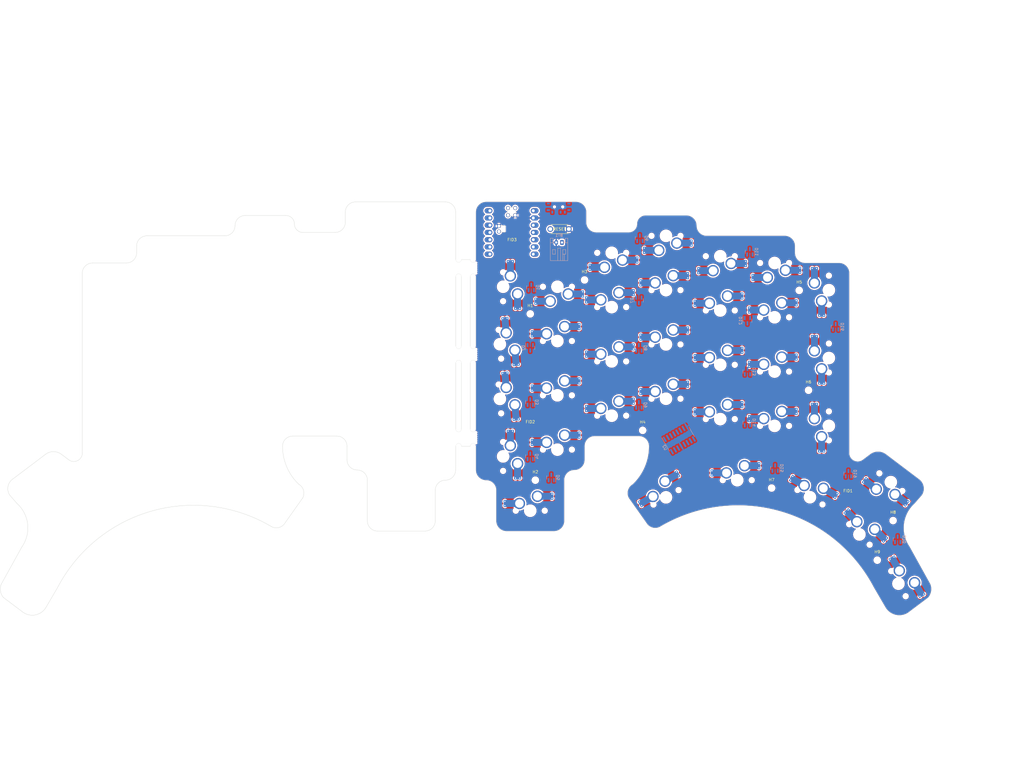
<source format=kicad_pcb>
(kicad_pcb (version 20221018) (generator pcbnew)
  (layers (0 "F.Cu" signal) (31 "B.Cu" signal) (34 "B.Paste" user) (35 "F.Paste" user) (36 "B.SilkS" user "B.Silkscreen") (37 "F.SilkS" user "F.Silkscreen") (38 "B.Mask" user) (39 "F.Mask" user) (44 "Edge.Cuts" user))
  (net 0 "")
  (net 1 "VBAT")
  (net 2 "GND")
  (net 3 "ROW1")
  (net 4 "ROW2")
  (net 5 "ROW3")
  (net 6 "ROW4")
  (net 9 "ROW5")
  (net 10 "IO_CS")
  (net 11 "SCK")
  (net 13 "MOSI")
  (net 14 "VCC")
  (net 18 "RESET")
  (net 19 "BAT+")
  (net 20 "COL5")
  (net 21 "COL4")
  (net 22 "COL3")
  (net 23 "COL2")
  (net 24 "COL6")
  (net 25 "COL7")
  (net 26 "Net-(D16-A1)")
  (net 28 "COL1")
  (net 29 "Net-(D1-A1)")
  (net 30 "Net-(D1-A2)")
  (net 31 "row0")
  (net 32 "Net-(D2-A1)")
  (net 33 "Net-(D2-A2)")
  (net 34 "row1")
  (net 35 "Net-(D3-A1)")
  (net 36 "Net-(D3-A2)")
  (net 37 "row2")
  (net 38 "Net-(D4-A1)")
  (net 39 "Net-(D4-A2)")
  (net 40 "row3")
  (net 41 "row4")
  (net 42 "Net-(D6-A1)")
  (net 43 "Net-(D6-A2)")
  (net 44 "Net-(D7-A1)")
  (net 45 "Net-(D7-A2)")
  (net 46 "Net-(D8-A1)")
  (net 47 "Net-(D8-A2)")
  (net 48 "Net-(D9-A1)")
  (net 49 "Net-(D9-A2)")
  (net 50 "Net-(D11-A1)")
  (net 51 "Net-(D11-A2)")
  (net 52 "Net-(D12-A1)")
  (net 53 "Net-(D12-A2)")
  (net 54 "Net-(D13-A1)")
  (net 55 "Net-(D13-A2)")
  (net 56 "Net-(D14-A1)")
  (net 57 "Net-(D14-A2)")
  (net 58 "Net-(D15-A1)")
  (net 59 "Net-(D15-A2)")
  (net 60 "col0")
  (net 61 "col1")
  (net 62 "col2")
  (net 63 "col3")
  (net 64 "col4")
  (net 65 "col5")
  (net 66 "col6")
  (net 68 "Net-(D19-A1)")
  (net 69 "Net-(D20-A1)")
  (net 70 "Net-(D20-A2)")
  (net 71 "col7")
  (net 72 "COL0")
  (net 73 "Net-(D19-A2)")
  (net 74 "Net-(D5-A1)")
  (net 75 "Net-(D5-A2)")
  (net 76 "Net-(D16-A2)")
  (footprint "MountingHole:MountingHole_2.2mm_M2_DIN965" (layer "F.Cu") (at 233.958057 122.634495)
    (fp_text reference "H1" (at 0 -2.9) (layer "F.SilkS"))
    (fp_text value "MountingHole")
    (pad "" np_thru_hole circle (at 0 0) (size 2.2 2.2) (drill 2.2) (layers "*.Cu" "*.Mask"))
  )
  (footprint "TOTEMlib:mousebites_2mm" (layer "F.Cu") (at 207.814237 136.857929 180)
    (fp_text reference "REF**" hide)
    (fp_text value "mousebites 2mm" hide)
    (fp_arc (start -2 3) (mid -1 2) (end 0 3) (stroke (width 0.05)) (layer "Edge.Cuts"))
    (fp_arc (start 0 -3) (mid -1 -2) (end -2 -3) (stroke (width 0.05)) (layer "Edge.Cuts"))
    (pad "" np_thru_hole circle (at 0.05 -1.85 180) (size 0.5 0.5) (drill 0.5) (layers "F&B.Cu" "*.Mask"))
    (pad "" np_thru_hole circle (at 0.05 -1.11 180) (size 0.5 0.5) (drill 0.5) (layers "F&B.Cu" "*.Mask"))
    (pad "" np_thru_hole circle (at 0.05 -0.37 180) (size 0.5 0.5) (drill 0.5) (layers "F&B.Cu" "*.Mask"))
    (pad "" np_thru_hole circle (at 0.05 0.37 180) (size 0.5 0.5) (drill 0.5) (layers "F&B.Cu" "*.Mask"))
    (pad "" np_thru_hole circle (at 0.05 1.11 180) (size 0.5 0.5) (drill 0.5) (layers "F&B.Cu" "*.Mask"))
    (pad "" np_thru_hole circle (at 0.05 1.85 180) (size 0.5 0.5) (drill 0.5) (layers "F&B.Cu" "*.Mask"))
  )
  (footprint "pretty:MX-1U-Hotswap" (layer "F.Cu") (at 332.089109 186.957191 -30)
    (fp_text reference "S43")
    (fp_text value "SW")
    (pad "" np_thru_hole circle (at -5.08 0 18.0996) (size 1.75 1.75) (drill 1.75) (layers "*.Cu" "*.Mask"))
    (pad "" np_thru_hole circle (at 0 0 330) (size 3.9878 3.9878) (drill 3.9878) (layers "*.Cu" "*.Mask"))
    (pad "" np_thru_hole circle (at 5.08 0 18.0996) (size 1.75 1.75) (drill 1.75) (layers "*.Cu" "*.Mask"))
    (pad "1" thru_hole circle (at -8.89 -3.302 330) (size 0.8 0.8) (drill 0.4) (layers "*.Cu") (net 59 "Net-(D15-A2)"))
    (pad "1" thru_hole circle (at -8.89 -1.778 330) (size 0.8 0.8) (drill 0.4) (layers "*.Cu") (net 59 "Net-(D15-A2)"))
    (pad "1" smd rect (at -7.085 -2.54 330) (size 4.5 2.5) (layers "B.Cu") (net 59 "Net-(D15-A2)"))
    (pad "1" thru_hole circle (at -3.81 -2.54 330) (size 4 4) (drill 3) (layers "*.Cu") (net 59 "Net-(D15-A2)"))
    (pad "2" thru_hole circle (at 2.54 -5.08 330) (size 4 4) (drill 3) (layers "*.Cu") (net 63 "col3"))
    (pad "2" smd rect (at 5.842 -5.08 330) (size 4.5 2.5) (layers "B.Cu") (net 63 "col3"))
    (pad "2" thru_hole circle (at 7.62 -5.842 330) (size 0.8 0.8) (drill 0.4) (layers "*.Cu") (net 63 "col3"))
    (pad "2" thru_hole circle (at 7.62 -4.318 330) (size 0.8 0.8) (drill 0.4) (layers "*.Cu") (net 63 "col3"))
  )
  (footprint "pretty:xiao-ble-smd-cutout" (layer "F.Cu") (at 227.409614 94.059471)
    (fp_text reference "U1" hide)
    (fp_text value "xiao-ble" hide)
    (fp_line (start -4.699 -0.7488) (end -4.699 -1.7902) (stroke (width 0.12)) (layer "Edge.Cuts"))
    (fp_line (start -4.0132 -2.476) (end -2.413 -2.476) (stroke (width 0.12)) (layer "Edge.Cuts"))
    (fp_line (start -2.413 -0.063) (end -4.0132 -0.063) (stroke (width 0.12)) (layer "Edge.Cuts"))
    (fp_line (start -2.032 -2.095) (end -2.032 -0.444) (stroke (width 0.12)) (layer "Edge.Cuts"))
    (fp_line (start -1.524 -6.4638) (end -1.524 -8.1402) (stroke (width 0.12)) (layer "Edge.Cuts"))
    (fp_line (start -0.8382 -8.826) (end 0.8382 -8.826) (stroke (width 0.12)) (layer "Edge.Cuts"))
    (fp_line (start -0.8382 -5.778) (end 0.8382 -5.778) (stroke (width 0.12)) (layer "Edge.Cuts"))
    (fp_line (start 1.524 -6.4638) (end 1.524 -8.1402) (stroke (width 0.12)) (layer "Edge.Cuts"))
    (fp_arc (start -4.699 -0.7488) (mid -4.095391 -0.666609) (end -4.0132 -0.063) (stroke (width 0.12)) (layer "Edge.Cuts"))
    (fp_arc (start -4.0132 -2.476) (mid -4.095391 -1.872391) (end -4.699 -1.7902) (stroke (width 0.12)) (layer "Edge.Cuts"))
    (fp_arc (start -2.413 -2.476) (mid -2.143592 -2.364408) (end -2.032 -2.095) (stroke (width 0.12)) (layer "Edge.Cuts"))
    (fp_arc (start -2.032 -0.444) (mid -2.143592 -0.174592) (end -2.413 -0.063) (stroke (width 0.12)) (layer "Edge.Cuts"))
    (fp_arc (start -1.524 -6.4638) (mid -0.920391 -6.381609) (end -0.8382 -5.778) (stroke (width 0.12)) (layer "Edge.Cuts"))
    (fp_arc (start -0.8382 -8.826) (mid -0.920391 -8.222391) (end -1.524 -8.1402) (stroke (width 0.12)) (layer "Edge.Cuts"))
    (fp_arc (start 0.8382 -5.778) (mid 0.920391 -6.381609) (end 1.524 -6.4638) (stroke (width 0.12)) (layer "Edge.Cuts"))
    (fp_arc (start 1.524 -8.1402) (mid 0.920393 -8.222393) (end 0.8382 -8.826) (stroke (width 0.12)) (layer "Edge.Cuts"))
    (pad "1" thru_hole oval (at -7.62 -7.62) (size 2.75 1.8) (drill 1 (offset -0.475 0)) (layers "*.Cu" "*.Mask") (net 3 "ROW1"))
    (pad "2" thru_hole oval (at -7.62 -5.08) (size 2.75 1.8) (drill 1 (offset -0.475 0)) (layers "*.Cu" "*.Mask") (net 4 "ROW2"))
    (pad "3" thru_hole oval (at -7.62 -2.54) (size 2.75 1.8) (drill 1 (offset -0.475 0)) (layers "*.Cu" "*.Mask") (net 5 "ROW3"))
    (pad "4" thru_hole oval (at -7.62 0) (size 2.75 1.8) (drill 1 (offset -0.475 0)) (layers "*.Cu" "*.Mask") (net 6 "ROW4"))
    (pad "5" thru_hole oval (at -7.62 2.54) (size 2.75 1.8) (drill 1 (offset -0.475 0)) (layers "*.Cu" "*.Mask"))
    (pad "6" thru_hole oval (at -7.62 5.08) (size 2.75 1.8) (drill 1 (offset -0.475 0)) (layers "*.Cu" "*.Mask"))
    (pad "7" thru_hole oval (at -7.62 7.62) (size 2.75 1.8) (drill 1 (offset -0.475 0)) (layers "*.Cu" "*.Mask") (net 9 "ROW5"))
    (pad "8" thru_hole oval (at 7.62 7.62 180) (size 2.75 1.8) (drill 1 (offset -0.475 0)) (layers "*.Cu" "*.Mask") (net 10 "IO_CS"))
    (pad "9" thru_hole oval (at 7.62 5.08 180) (size 2.75 1.8) (drill 1 (offset -0.475 0)) (layers "*.Cu" "*.Mask") (net 11 "SCK"))
    (pad "10" thru_hole oval (at 7.62 2.54 180) (size 2.75 1.8) (drill 1 (offset -0.475 0)) (layers "*.Cu" "*.Mask"))
    (pad "11" thru_hole oval (at 7.62 0 180) (size 2.75 1.8) (drill 1 (offset -0.475 0)) (layers "*.Cu" "*.Mask") (net 13 "MOSI"))
    (pad "12" thru_hole oval (at 7.62 -2.54 180) (size 2.75 1.8) (drill 1 (offset -0.475 0)) (layers "*.Cu" "*.Mask") (net 14 "VCC"))
    (pad "13" thru_hole oval (at 7.62 -5.08 180) (size 2.75 1.8) (drill 1 (offset -0.475 0)) (layers "*.Cu" "*.Mask") (net 2 "GND"))
    (pad "14" thru_hole oval (at 7.62 -7.62 180) (size 2.75 1.8) (drill 1 (offset -0.475 0)) (layers "*.Cu" "*.Mask"))
    (pad "15" thru_hole circle (at -1.27 -8.572 90) (size 1.397 1.397) (drill 1.016) (layers "*.Cu" "*.Mask"))
    (pad "16" thru_hole circle (at 1.27 -8.572 90) (size 1.397 1.397) (drill 1.016) (layers "*.Cu" "*.Mask"))
    (pad "17" thru_hole circle (at -1.27 -6.032 90) (size 1.397 1.397) (drill 1.016) (layers "*.Cu" "*.Mask") (net 18 "RESET"))
    (pad "18" thru_hole circle (at 1.27 -6.032 90) (size 1.397 1.397) (drill 1.016) (layers "*.Cu" "*.Mask") (net 2 "GND"))
    (pad "19" thru_hole circle (at -4.445 -0.317 180) (size 1.397 1.397) (drill 1.016) (layers "*.Cu" "*.Mask") (net 19 "BAT+"))
    (pad "20" thru_hole circle (at -4.445 -2.222 180) (size 1.397 1.397) (drill 1.016) (layers "*.Cu" "*.Mask") (net 2 "GND"))
  )
  (footprint "pretty:MX-1U-Hotswap" (layer "F.Cu") (at 223.306922 133.279203 -85)
    (fp_text reference "S10")
    (fp_text value "SW")
    (pad "" np_thru_hole circle (at -5.08 0 323.0996) (size 1.75 1.75) (drill 1.75) (layers "*.Cu" "*.Mask"))
    (pad "" np_thru_hole circle (at 0 0 275) (size 3.9878 3.9878) (drill 3.9878) (layers "*.Cu" "*.Mask"))
    (pad "" np_thru_hole circle (at 5.08 0 323.0996) (size 1.75 1.75) (drill 1.75) (layers "*.Cu" "*.Mask"))
    (pad "1" thru_hole circle (at -8.89 -3.302 275) (size 0.8 0.8) (drill 0.4) (layers "*.Cu") (net 60 "col0"))
    (pad "1" thru_hole circle (at -8.89 -1.778 275) (size 0.8 0.8) (drill 0.4) (layers "*.Cu") (net 60 "col0"))
    (pad "1" smd rect (at -7.085 -2.54 275) (size 4.5 2.5) (layers "B.Cu") (net 60 "col0"))
    (pad "1" thru_hole circle (at -3.81 -2.54 275) (size 4 4) (drill 3) (layers "*.Cu") (net 60 "col0"))
    (pad "2" thru_hole circle (at 2.54 -5.08 275) (size 4 4) (drill 3) (layers "*.Cu") (net 32 "Net-(D2-A1)"))
    (pad "2" smd rect (at 5.842 -5.08 275) (size 4.5 2.5) (layers "B.Cu") (net 32 "Net-(D2-A1)"))
    (pad "2" thru_hole circle (at 7.62 -5.842 275) (size 0.8 0.8) (drill 0.4) (layers "*.Cu") (net 32 "Net-(D2-A1)"))
    (pad "2" thru_hole circle (at 7.62 -4.318 275) (size 0.8 0.8) (drill 0.4) (layers "*.Cu") (net 32 "Net-(D2-A1)"))
  )
  (footprint "pretty:MX-1U-Hotswap" (layer "F.Cu") (at 262.533049 120.253237)
    (fp_text reference "S12")
    (fp_text value "SW")
    (pad "" np_thru_hole circle (at -5.08 0 48.0996) (size 1.75 1.75) (drill 1.75) (layers "*.Cu" "*.Mask"))
    (pad "" np_thru_hole circle (at 0 0) (size 3.9878 3.9878) (drill 3.9878) (layers "*.Cu" "*.Mask"))
    (pad "" np_thru_hole circle (at 5.08 0 48.0996) (size 1.75 1.75) (drill 1.75) (layers "*.Cu" "*.Mask"))
    (pad "1" thru_hole circle (at -8.89 -3.302) (size 0.8 0.8) (drill 0.4) (layers "*.Cu") (net 62 "col2"))
    (pad "1" thru_hole circle (at -8.89 -1.778) (size 0.8 0.8) (drill 0.4) (layers "*.Cu") (net 62 "col2"))
    (pad "1" smd rect (at -7.085 -2.54) (size 4.5 2.5) (layers "B.Cu") (net 62 "col2"))
    (pad "1" thru_hole circle (at -3.81 -2.54) (size 4 4) (drill 3) (layers "*.Cu") (net 62 "col2"))
    (pad "2" thru_hole circle (at 2.54 -5.08) (size 4 4) (drill 3) (layers "*.Cu") (net 44 "Net-(D7-A1)"))
    (pad "2" smd rect (at 5.842 -5.08) (size 4.5 2.5) (layers "B.Cu") (net 44 "Net-(D7-A1)"))
    (pad "2" thru_hole circle (at 7.62 -5.842) (size 0.8 0.8) (drill 0.4) (layers "*.Cu") (net 44 "Net-(D7-A1)"))
    (pad "2" thru_hole circle (at 7.62 -4.318) (size 0.8 0.8) (drill 0.4) (layers "*.Cu") (net 44 "Net-(D7-A1)"))
  )
  (footprint "MountingHole:MountingHole_2.2mm_M2_DIN965" (layer "F.Cu") (at 355.707817 209.042168)
    (fp_text reference "H9" (at 0 -2.9) (layer "F.SilkS"))
    (fp_text value "MountingHole")
    (pad "" np_thru_hole circle (at 0 0) (size 2.2 2.2) (drill 2.2) (layers "*.Cu" "*.Mask"))
  )
  (footprint "pretty:MX-1U-Hotswap" (layer "F.Cu") (at 243.483049 151.209487)
    (fp_text reference "S21")
    (fp_text value "SW")
    (pad "" np_thru_hole circle (at -5.08 0 48.0996) (size 1.75 1.75) (drill 1.75) (layers "*.Cu" "*.Mask"))
    (pad "" np_thru_hole circle (at 0 0) (size 3.9878 3.9878) (drill 3.9878) (layers "*.Cu" "*.Mask"))
    (pad "" np_thru_hole circle (at 5.08 0 48.0996) (size 1.75 1.75) (drill 1.75) (layers "*.Cu" "*.Mask"))
    (pad "1" thru_hole circle (at -8.89 -3.302) (size 0.8 0.8) (drill 0.4) (layers "*.Cu") (net 36 "Net-(D3-A2)"))
    (pad "1" thru_hole circle (at -8.89 -1.778) (size 0.8 0.8) (drill 0.4) (layers "*.Cu") (net 36 "Net-(D3-A2)"))
    (pad "1" smd rect (at -7.085 -2.54) (size 4.5 2.5) (layers "B.Cu") (net 36 "Net-(D3-A2)"))
    (pad "1" thru_hole circle (at -3.81 -2.54) (size 4 4) (drill 3) (layers "*.Cu") (net 36 "Net-(D3-A2)"))
    (pad "2" thru_hole circle (at 2.54 -5.08) (size 4 4) (drill 3) (layers "*.Cu") (net 61 "col1"))
    (pad "2" smd rect (at 5.842 -5.08) (size 4.5 2.5) (layers "B.Cu") (net 61 "col1"))
    (pad "2" thru_hole circle (at 7.62 -5.842) (size 0.8 0.8) (drill 0.4) (layers "*.Cu") (net 61 "col1"))
    (pad "2" thru_hole circle (at 7.62 -4.318) (size 0.8 0.8) (drill 0.4) (layers "*.Cu") (net 61 "col1"))
  )
  (footprint "pretty:MX-1U-Hotswap" (layer "F.Cu") (at 300.633049 121.443862)
    (fp_text reference "S14")
    (fp_text value "SW")
    (pad "" np_thru_hole circle (at -5.08 0 48.0996) (size 1.75 1.75) (drill 1.75) (layers "*.Cu" "*.Mask"))
    (pad "" np_thru_hole circle (at 0 0) (size 3.9878 3.9878) (drill 3.9878) (layers "*.Cu" "*.Mask"))
    (pad "" np_thru_hole circle (at 5.08 0 48.0996) (size 1.75 1.75) (drill 1.75) (layers "*.Cu" "*.Mask"))
    (pad "1" thru_hole circle (at -8.89 -3.302) (size 0.8 0.8) (drill 0.4) (layers "*.Cu") (net 64 "col4"))
    (pad "1" thru_hole circle (at -8.89 -1.778) (size 0.8 0.8) (drill 0.4) (layers "*.Cu") (net 64 "col4"))
    (pad "1" smd rect (at -7.085 -2.54) (size 4.5 2.5) (layers "B.Cu") (net 64 "col4"))
    (pad "1" thru_hole circle (at -3.81 -2.54) (size 4 4) (drill 3) (layers "*.Cu") (net 64 "col4"))
    (pad "2" thru_hole circle (at 2.54 -5.08) (size 4 4) (drill 3) (layers "*.Cu") (net 52 "Net-(D12-A1)"))
    (pad "2" smd rect (at 5.842 -5.08) (size 4.5 2.5) (layers "B.Cu") (net 52 "Net-(D12-A1)"))
    (pad "2" thru_hole circle (at 7.62 -5.842) (size 0.8 0.8) (drill 0.4) (layers "*.Cu") (net 52 "Net-(D12-A1)"))
    (pad "2" thru_hole circle (at 7.62 -4.318) (size 0.8 0.8) (drill 0.4) (layers "*.Cu") (net 52 "Net-(D12-A1)"))
  )
  (footprint "pretty:MX-1U-Hotswap" (layer "F.Cu") (at 243.483049 170.259487)
    (fp_text reference "S31")
    (fp_text value "SW")
    (pad "" np_thru_hole circle (at -5.08 0 48.0996) (size 1.75 1.75) (drill 1.75) (layers "*.Cu" "*.Mask"))
    (pad "" np_thru_hole circle (at 0 0) (size 3.9878 3.9878) (drill 3.9878) (layers "*.Cu" "*.Mask"))
    (pad "" np_thru_hole circle (at 5.08 0 48.0996) (size 1.75 1.75) (drill 1.75) (layers "*.Cu" "*.Mask"))
    (pad "1" thru_hole circle (at -8.89 -3.302) (size 0.8 0.8) (drill 0.4) (layers "*.Cu") (net 39 "Net-(D4-A2)"))
    (pad "1" thru_hole circle (at -8.89 -1.778) (size 0.8 0.8) (drill 0.4) (layers "*.Cu") (net 39 "Net-(D4-A2)"))
    (pad "1" smd rect (at -7.085 -2.54) (size 4.5 2.5) (layers "B.Cu") (net 39 "Net-(D4-A2)"))
    (pad "1" thru_hole circle (at -3.81 -2.54) (size 4 4) (drill 3) (layers "*.Cu") (net 39 "Net-(D4-A2)"))
    (pad "2" thru_hole circle (at 2.54 -5.08) (size 4 4) (drill 3) (layers "*.Cu") (net 61 "col1"))
    (pad "2" smd rect (at 5.842 -5.08) (size 4.5 2.5) (layers "B.Cu") (net 61 "col1"))
    (pad "2" thru_hole circle (at 7.62 -5.842) (size 0.8 0.8) (drill 0.4) (layers "*.Cu") (net 61 "col1"))
    (pad "2" thru_hole circle (at 7.62 -4.318) (size 0.8 0.8) (drill 0.4) (layers "*.Cu") (net 61 "col1"))
  )
  (footprint "pretty:MX-1U-Hotswap" (layer "F.Cu") (at 224.433049 172.640737 -90)
    (fp_text reference "S30")
    (fp_text value "SW")
    (pad "" np_thru_hole circle (at -5.08 0 318.0996) (size 1.75 1.75) (drill 1.75) (layers "*.Cu" "*.Mask"))
    (pad "" np_thru_hole circle (at 0 0 270) (size 3.9878 3.9878) (drill 3.9878) (layers "*.Cu" "*.Mask"))
    (pad "" np_thru_hole circle (at 5.08 0 318.0996) (size 1.75 1.75) (drill 1.75) (layers "*.Cu" "*.Mask"))
    (pad "1" thru_hole circle (at -8.89 -3.302 270) (size 0.8 0.8) (drill 0.4) (layers "*.Cu") (net 60 "col0"))
    (pad "1" thru_hole circle (at -8.89 -1.778 270) (size 0.8 0.8) (drill 0.4) (layers "*.Cu") (net 60 "col0"))
    (pad "1" smd rect (at -7.085 -2.54 270) (size 4.5 2.5) (layers "B.Cu") (net 60 "col0"))
    (pad "1" thru_hole circle (at -3.81 -2.54 270) (size 4 4) (drill 3) (layers "*.Cu") (net 60 "col0"))
    (pad "2" thru_hole circle (at 2.54 -5.08 270) (size 4 4) (drill 3) (layers "*.Cu") (net 38 "Net-(D4-A1)"))
    (pad "2" smd rect (at 5.842 -5.08 270) (size 4.5 2.5) (layers "B.Cu") (net 38 "Net-(D4-A1)"))
    (pad "2" thru_hole circle (at 7.62 -5.842 270) (size 0.8 0.8) (drill 0.4) (layers "*.Cu") (net 38 "Net-(D4-A1)"))
    (pad "2" thru_hole circle (at 7.62 -4.318 270) (size 0.8 0.8) (drill 0.4) (layers "*.Cu") (net 38 "Net-(D4-A1)"))
  )
  (footprint "pretty:MX-1U-Hotswap" (layer "F.Cu") (at 224.433049 113.109487 -90)
    (fp_text reference "S0")
    (fp_text value "SW")
    (pad "" np_thru_hole circle (at -5.08 0 318.0996) (size 1.75 1.75) (drill 1.75) (layers "*.Cu" "*.Mask"))
    (pad "" np_thru_hole circle (at 0 0 270) (size 3.9878 3.9878) (drill 3.9878) (layers "*.Cu" "*.Mask"))
    (pad "" np_thru_hole circle (at 5.08 0 318.0996) (size 1.75 1.75) (drill 1.75) (layers "*.Cu" "*.Mask"))
    (pad "1" thru_hole circle (at -8.89 -3.302 270) (size 0.8 0.8) (drill 0.4) (layers "*.Cu") (net 60 "col0"))
    (pad "1" thru_hole circle (at -8.89 -1.778 270) (size 0.8 0.8) (drill 0.4) (layers "*.Cu") (net 60 "col0"))
    (pad "1" smd rect (at -7.085 -2.54 270) (size 4.5 2.5) (layers "B.Cu") (net 60 "col0"))
    (pad "1" thru_hole circle (at -3.81 -2.54 270) (size 4 4) (drill 3) (layers "*.Cu") (net 60 "col0"))
    (pad "2" thru_hole circle (at 2.54 -5.08 270) (size 4 4) (drill 3) (layers "*.Cu") (net 29 "Net-(D1-A1)"))
    (pad "2" smd rect (at 5.842 -5.08 270) (size 4.5 2.5) (layers "B.Cu") (net 29 "Net-(D1-A1)"))
    (pad "2" thru_hole circle (at 7.62 -5.842 270) (size 0.8 0.8) (drill 0.4) (layers "*.Cu") (net 29 "Net-(D1-A1)"))
    (pad "2" thru_hole circle (at 7.62 -4.318 270) (size 0.8 0.8) (drill 0.4) (layers "*.Cu") (net 29 "Net-(D1-A1)"))
  )
  (footprint "pretty:MX-1U-Hotswap" (layer "F.Cu") (at 306.586243 180.975169)
    (fp_text reference "S42")
    (fp_text value "SW" hide)
    (pad "" np_thru_hole circle (at -5.08 0 48.0996) (size 1.75 1.75) (drill 1.75) (layers "*.Cu" "*.Mask"))
    (pad "" np_thru_hole circle (at 0 0) (size 3.9878 3.9878) (drill 3.9878) (layers "*.Cu" "*.Mask"))
    (pad "" np_thru_hole circle (at 5.08 0 48.0996) (size 1.75 1.75) (drill 1.75) (layers "*.Cu" "*.Mask"))
    (pad "1" thru_hole circle (at -8.89 -3.302) (size 0.8 0.8) (drill 0.4) (layers "*.Cu") (net 62 "col2"))
    (pad "1" thru_hole circle (at -8.89 -1.778) (size 0.8 0.8) (drill 0.4) (layers "*.Cu") (net 62 "col2"))
    (pad "1" smd rect (at -7.085 -2.54) (size 4.5 2.5) (layers "B.Cu") (net 62 "col2"))
    (pad "1" thru_hole circle (at -3.81 -2.54) (size 4 4) (drill 3) (layers "*.Cu") (net 62 "col2"))
    (pad "2" thru_hole circle (at 2.54 -5.08) (size 4 4) (drill 3) (layers "*.Cu") (net 58 "Net-(D15-A1)"))
    (pad "2" smd rect (at 5.842 -5.08) (size 4.5 2.5) (layers "B.Cu") (net 58 "Net-(D15-A1)"))
    (pad "2" thru_hole circle (at 7.62 -5.842) (size 0.8 0.8) (drill 0.4) (layers "*.Cu") (net 58 "Net-(D15-A1)"))
    (pad "2" thru_hole circle (at 7.62 -4.318) (size 0.8 0.8) (drill 0.4) (layers "*.Cu") (net 58 "Net-(D15-A1)"))
  )
  (footprint "pretty:MX-1U-Hotswap" (layer "F.Cu") (at 338.733145 161.925153 90)
    (fp_text reference "S36")
    (fp_text value "SW")
    (pad "" np_thru_hole circle (at -5.08 0 138.0996) (size 1.75 1.75) (drill 1.75) (layers "*.Cu" "*.Mask"))
    (pad "" np_thru_hole circle (at 0 0 90) (size 3.9878 3.9878) (drill 3.9878) (layers "*.Cu" "*.Mask"))
    (pad "" np_thru_hole circle (at 5.08 0 138.0996) (size 1.75 1.75) (drill 1.75) (layers "*.Cu" "*.Mask"))
    (pad "1" thru_hole circle (at -8.89 -3.302 90) (size 0.8 0.8) (drill 0.4) (layers "*.Cu") (net 66 "col6"))
    (pad "1" thru_hole circle (at -8.89 -1.778 90) (size 0.8 0.8) (drill 0.4) (layers "*.Cu") (net 66 "col6"))
    (pad "1" smd rect (at -7.085 -2.54 90) (size 4.5 2.5) (layers "B.Cu") (net 66 "col6"))
    (pad "1" thru_hole circle (at -3.81 -2.54 90) (size 4 4) (drill 3) (layers "*.Cu") (net 66 "col6"))
    (pad "2" thru_hole circle (at 2.54 -5.08 90) (size 4 4) (drill 3) (layers "*.Cu") (net 68 "Net-(D19-A1)"))
    (pad "2" smd rect (at 5.842 -5.08 90) (size 4.5 2.5) (layers "B.Cu") (net 68 "Net-(D19-A1)"))
    (pad "2" thru_hole circle (at 7.62 -5.842 90) (size 0.8 0.8) (drill 0.4) (layers "*.Cu") (net 68 "Net-(D19-A1)"))
    (pad "2" thru_hole circle (at 7.62 -4.318 90) (size 0.8 0.8) (drill 0.4) (layers "*.Cu") (net 68 "Net-(D19-A1)"))
  )
  (footprint "pretty:MX-1U-Hotswap" (layer "F.Cu") (at 349.448674 200.025112 -45)
    (fp_text reference "S44")
    (fp_text value "SW")
    (pad "" np_thru_hole circle (at -5.08 0 3.0996) (size 1.75 1.75) (drill 1.75) (layers "*.Cu" "*.Mask"))
    (pad "" np_thru_hole circle (at 0 0 315) (size 3.9878 3.9878) (drill 3.9878) (layers "*.Cu" "*.Mask"))
    (pad "" np_thru_hole circle (at 5.08 0 3.0996) (size 1.75 1.75) (drill 1.75) (layers "*.Cu" "*.Mask"))
    (pad "1" thru_hole circle (at -8.89 -3.302 315) (size 0.8 0.8) (drill 0.4) (layers "*.Cu") (net 64 "col4"))
    (pad "1" thru_hole circle (at -8.89 -1.778 315) (size 0.8 0.8) (drill 0.4) (layers "*.Cu") (net 64 "col4"))
    (pad "1" smd rect (at -7.085 -2.54 315) (size 4.5 2.5) (layers "B.Cu") (net 64 "col4"))
    (pad "1" thru_hole circle (at -3.81 -2.54 315) (size 4 4) (drill 3) (layers "*.Cu") (net 64 "col4"))
    (pad "2" thru_hole circle (at 2.54 -5.08 315) (size 4 4) (drill 3) (layers "*.Cu") (net 69 "Net-(D20-A1)"))
    (pad "2" smd rect (at 5.842 -5.08 315) (size 4.5 2.5) (layers "B.Cu") (net 69 "Net-(D20-A1)"))
    (pad "2" thru_hole circle (at 7.62 -5.842 315) (size 0.8 0.8) (drill 0.4) (layers "*.Cu") (net 69 "Net-(D20-A1)"))
    (pad "2" thru_hole circle (at 7.62 -4.318 315) (size 0.8 0.8) (drill 0.4) (layers "*.Cu") (net 69 "Net-(D20-A1)"))
  )
  (footprint "pretty:MX-1U-Hotswap" (layer "F.Cu") (at 363.140978 217.289262 -60)
    (fp_text reference "S45")
    (fp_text value "SW")
    (pad "" np_thru_hole circle (at -5.08 0 348.0996) (size 1.75 1.75) (drill 1.75) (layers "*.Cu" "*.Mask"))
    (pad "" np_thru_hole circle (at 0 0 300) (size 3.9878 3.9878) (drill 3.9878) (layers "*.Cu" "*.Mask"))
    (pad "" np_thru_hole circle (at 5.08 0 348.0996) (size 1.75 1.75) (drill 1.75) (layers "*.Cu" "*.Mask"))
    (pad "1" thru_hole circle (at -8.89 -3.302 300) (size 0.8 0.8) (drill 0.4) (layers "*.Cu") (net 70 "Net-(D20-A2)"))
    (pad "1" thru_hole circle (at -8.89 -1.778 300) (size 0.8 0.8) (drill 0.4) (layers "*.Cu") (net 70 "Net-(D20-A2)"))
    (pad "1" smd rect (at -7.085 -2.54 300) (size 4.5 2.5) (layers "B.Cu") (net 70 "Net-(D20-A2)"))
    (pad "1" thru_hole circle (at -3.81 -2.54 300) (size 4 4) (drill 3) (layers "*.Cu") (net 70 "Net-(D20-A2)"))
    (pad "2" thru_hole circle (at 2.54 -5.08 300) (size 4 4) (drill 3) (layers "*.Cu") (net 65 "col5"))
    (pad "2" smd rect (at 5.842 -5.08 300) (size 4.5 2.5) (layers "B.Cu") (net 65 "col5"))
    (pad "2" thru_hole circle (at 7.62 -5.842 300) (size 0.8 0.8) (drill 0.4) (layers "*.Cu") (net 65 "col5"))
    (pad "2" thru_hole circle (at 7.62 -4.318 300) (size 0.8 0.8) (drill 0.4) (layers "*.Cu") (net 65 "col5"))
  )
  (footprint "pretty:MX-1U-Hotswap" (layer "F.Cu") (at 262.533049 101.203237 180)
    (fp_text reference "S2")
    (fp_text value "SW")
    (pad "" np_thru_hole circle (at -5.08 0 228.0996) (size 1.75 1.75) (drill 1.75) (layers "*.Cu" "*.Mask"))
    (pad "" np_thru_hole circle (at 0 0 180) (size 3.9878 3.9878) (drill 3.9878) (layers "*.Cu" "*.Mask"))
    (pad "" np_thru_hole circle (at 5.08 0 228.0996) (size 1.75 1.75) (drill 1.75) (layers "*.Cu" "*.Mask"))
    (pad "1" thru_hole circle (at -8.89 -3.302 180) (size 0.8 0.8) (drill 0.4) (layers "*.Cu") (net 62 "col2"))
    (pad "1" thru_hole circle (at -8.89 -1.778 180) (size 0.8 0.8) (drill 0.4) (layers "*.Cu") (net 62 "col2"))
    (pad "1" smd rect (at -7.085 -2.54 180) (size 4.5 2.5) (layers "B.Cu") (net 62 "col2"))
    (pad "1" thru_hole circle (at -3.81 -2.54 180) (size 4 4) (drill 3) (layers "*.Cu") (net 62 "col2"))
    (pad "2" thru_hole circle (at 2.54 -5.08 180) (size 4 4) (drill 3) (layers "*.Cu") (net 42 "Net-(D6-A1)"))
    (pad "2" smd rect (at 5.842 -5.08 180) (size 4.5 2.5) (layers "B.Cu") (net 42 "Net-(D6-A1)"))
    (pad "2" thru_hole circle (at 7.62 -5.842 180) (size 0.8 0.8) (drill 0.4) (layers "*.Cu") (net 42 "Net-(D6-A1)"))
    (pad "2" thru_hole circle (at 7.62 -4.318 180) (size 0.8 0.8) (drill 0.4) (layers "*.Cu") (net 42 "Net-(D6-A1)"))
  )
  (footprint "pretty:MX-1U-Hotswap" (layer "F.Cu") (at 360.470321 181.65777 142.5)
    (fp_text reference "S37")
    (fp_text value "SW")
    (pad "" np_thru_hole circle (at -5.08 0 190.5996) (size 1.75 1.75) (drill 1.75) (layers "*.Cu" "*.Mask"))
    (pad "" np_thru_hole circle (at 0 0 142.5) (size 3.9878 3.9878) (drill 3.9878) (layers "*.Cu" "*.Mask"))
    (pad "" np_thru_hole circle (at 5.08 0 190.5996) (size 1.75 1.75) (drill 1.75) (layers "*.Cu" "*.Mask"))
    (pad "1" thru_hole circle (at -8.89 -3.302 142.5) (size 0.8 0.8) (drill 0.4) (layers "*.Cu") (net 73 "Net-(D19-A2)"))
    (pad "1" thru_hole circle (at -8.89 -1.778 142.5) (size 0.8 0.8) (drill 0.4) (layers "*.Cu") (net 73 "Net-(D19-A2)"))
    (pad "1" smd rect (at -7.085 -2.54 142.5) (size 4.5 2.5) (layers "B.Cu") (net 73 "Net-(D19-A2)"))
    (pad "1" thru_hole circle (at -3.81 -2.54 142.5) (size 4 4) (drill 3) (layers "*.Cu") (net 73 "Net-(D19-A2)"))
    (pad "2" thru_hole circle (at 2.54 -5.08 142.5) (size 4 4) (drill 3) (layers "*.Cu") (net 71 "col7"))
    (pad "2" smd rect (at 5.842 -5.08 142.5) (size 4.5 2.5) (layers "B.Cu") (net 71 "col7"))
    (pad "2" thru_hole circle (at 7.62 -5.842 142.5) (size 0.8 0.8) (drill 0.4) (layers "*.Cu") (net 71 "col7"))
    (pad "2" thru_hole circle (at 7.62 -4.318 142.5) (size 0.8 0.8) (drill 0.4) (layers "*.Cu") (net 71 "col7"))
  )
  (footprint "pretty:MX-1U-Hotswap" (layer "F.Cu") (at 319.683049 104.775112 180)
    (fp_text reference "S5")
    (fp_text value "SW")
    (pad "" np_thru_hole circle (at -5.08 0 228.0996) (size 1.75 1.75) (drill 1.75) (layers "*.Cu" "*.Mask"))
    (pad "" np_thru_hole circle (at 0 0 180) (size 3.9878 3.9878) (drill 3.9878) (layers "*.Cu" "*.Mask"))
    (pad "" np_thru_hole circle (at 5.08 0 228.0996) (size 1.75 1.75) (drill 1.75) (layers "*.Cu" "*.Mask"))
    (pad "1" thru_hole circle (at -8.89 -3.302 180) (size 0.8 0.8) (drill 0.4) (layers "*.Cu") (net 51 "Net-(D11-A2)"))
    (pad "1" thru_hole circle (at -8.89 -1.778 180) (size 0.8 0.8) (drill 0.4) (layers "*.Cu") (net 51 "Net-(D11-A2)"))
    (pad "1" smd rect (at -7.085 -2.54 180) (size 4.5 2.5) (layers "B.Cu") (net 51 "Net-(D11-A2)"))
    (pad "1" thru_hole circle (at -3.81 -2.54 180) (size 4 4) (drill 3) (layers "*.Cu") (net 51 "Net-(D11-A2)"))
    (pad "2" thru_hole circle (at 2.54 -5.08 180) (size 4 4) (drill 3) (layers "*.Cu") (net 65 "col5"))
    (pad "2" smd rect (at 5.842 -5.08 180) (size 4.5 2.5) (layers "B.Cu") (net 65 "col5"))
    (pad "2" thru_hole circle (at 7.62 -5.842 180) (size 0.8 0.8) (drill 0.4) (layers "*.Cu") (net 65 "col5"))
    (pad "2" thru_hole circle (at 7.62 -4.318 180) (size 0.8 0.8) (drill 0.4) (layers "*.Cu") (net 65 "col5"))
  )
  (footprint "pretty:MX-1U-Hotswap" (layer "F.Cu") (at 319.683049 161.925112)
    (fp_text reference "S35")
    (fp_text value "SW")
    (pad "" np_thru_hole circle (at -5.08 0 48.0996) (size 1.75 1.75) (drill 1.75) (layers "*.Cu" "*.Mask"))
    (pad "" np_thru_hole circle (at 0 0) (size 3.9878 3.9878) (drill 3.9878) (layers "*.Cu" "*.Mask"))
    (pad "" np_thru_hole circle (at 5.08 0 48.0996) (size 1.75 1.75) (drill 1.75) (layers "*.Cu" "*.Mask"))
    (pad "1" thru_hole circle (at -8.89 -3.302) (size 0.8 0.8) (drill 0.4) (layers "*.Cu") (net 57 "Net-(D14-A2)"))
    (pad "1" thru_hole circle (at -8.89 -1.778) (size 0.8 0.8) (drill 0.4) (layers "*.Cu") (net 57 "Net-(D14-A2)"))
    (pad "1" smd rect (at -7.085 -2.54) (size 4.5 2.5) (layers "B.Cu") (net 57 "Net-(D14-A2)"))
    (pad "1" thru_hole circle (at -3.81 -2.54) (size 4 4) (drill 3) (layers "*.Cu") (net 57 "Net-(D14-A2)"))
    (pad "2" thru_hole circle (at 2.54 -5.08) (size 4 4) (drill 3) (layers "*.Cu") (net 65 "col5"))
    (pad "2" smd rect (at 5.842 -5.08) (size 4.5 2.5) (layers "B.Cu") (net 65 "col5"))
    (pad "2" thru_hole circle (at 7.62 -5.842) (size 0.8 0.8) (drill 0.4) (layers "*.Cu") (net 65 "col5"))
    (pad "2" thru_hole circle (at 7.62 -4.318) (size 0.8 0.8) (drill 0.4) (layers "*.Cu") (net 65 "col5"))
  )
  (footprint "pretty:MX-1U-Hotswap" (layer "F.Cu") (at 281.583049 152.400112)
    (fp_text reference "S33")
    (fp_text value "SW")
    (pad "" np_thru_hole circle (at -5.08 0 48.0996) (size 1.75 1.75) (drill 1.75) (layers "*.Cu" "*.Mask"))
    (pad "" np_thru_hole circle (at 0 0) (size 3.9878 3.9878) (drill 3.9878) (layers "*.Cu" "*.Mask"))
    (pad "" np_thru_hole circle (at 5.08 0 48.0996) (size 1.75 1.75) (drill 1.75) (layers "*.Cu" "*.Mask"))
    (pad "1" thru_hole circle (at -8.89 -3.302) (size 0.8 0.8) (drill 0.4) (layers "*.Cu") (net 49 "Net-(D9-A2)"))
    (pad "1" thru_hole circle (at -8.89 -1.778) (size 0.8 0.8) (drill 0.4) (layers "*.Cu") (net 49 "Net-(D9-A2)"))
    (pad "1" smd rect (at -7.085 -2.54) (size 4.5 2.5) (layers "B.Cu") (net 49 "Net-(D9-A2)"))
    (pad "1" thru_hole circle (at -3.81 -2.54) (size 4 4) (drill 3) (layers "*.Cu") (net 49 "Net-(D9-A2)"))
    (pad "2" thru_hole circle (at 2.54 -5.08) (size 4 4) (drill 3) (layers "*.Cu") (net 63 "col3"))
    (pad "2" smd rect (at 5.842 -5.08) (size 4.5 2.5) (layers "B.Cu") (net 63 "col3"))
    (pad "2" thru_hole circle (at 7.62 -5.842) (size 0.8 0.8) (drill 0.4) (layers "*.Cu") (net 63 "col3"))
    (pad "2" thru_hole circle (at 7.62 -4.318) (size 0.8 0.8) (drill 0.4) (layers "*.Cu") (net 63 "col3"))
  )
  (footprint "pretty:MX-1U-Hotswap" (layer "F.Cu") (at 300.633049 140.493862)
    (fp_text reference "S24")
    (fp_text value "SW")
    (pad "" np_thru_hole circle (at -5.08 0 48.0996) (size 1.75 1.75) (drill 1.75) (layers "*.Cu" "*.Mask"))
    (pad "" np_thru_hole circle (at 0 0) (size 3.9878 3.9878) (drill 3.9878) (layers "*.Cu" "*.Mask"))
    (pad "" np_thru_hole circle (at 5.08 0 48.0996) (size 1.75 1.75) (drill 1.75) (layers "*.Cu" "*.Mask"))
    (pad "1" thru_hole circle (at -8.89 -3.302) (size 0.8 0.8) (drill 0.4) (layers "*.Cu") (net 64 "col4"))
    (pad "1" thru_hole circle (at -8.89 -1.778) (size 0.8 0.8) (drill 0.4) (layers "*.Cu") (net 64 "col4"))
    (pad "1" smd rect (at -7.085 -2.54) (size 4.5 2.5) (layers "B.Cu") (net 64 "col4"))
    (pad "1" thru_hole circle (at -3.81 -2.54) (size 4 4) (drill 3) (layers "*.Cu") (net 64 "col4"))
    (pad "2" thru_hole circle (at 2.54 -5.08) (size 4 4) (drill 3) (layers "*.Cu") (net 54 "Net-(D13-A1)"))
    (pad "2" smd rect (at 5.842 -5.08) (size 4.5 2.5) (layers "B.Cu") (net 54 "Net-(D13-A1)"))
    (pad "2" thru_hole circle (at 7.62 -5.842) (size 0.8 0.8) (drill 0.4) (layers "*.Cu") (net 54 "Net-(D13-A1)"))
    (pad "2" thru_hole circle (at 7.62 -4.318) (size 0.8 0.8) (drill 0.4) (layers "*.Cu") (net 54 "Net-(D13-A1)"))
  )
  (footprint "pretty:MX-1U-Hotswap" (layer "F.Cu") (at 300.633049 102.393862 180)
    (fp_text reference "S4")
    (fp_text value "SW")
    (pad "" np_thru_hole circle (at -5.08 0 228.0996) (size 1.75 1.75) (drill 1.75) (layers "*.Cu" "*.Mask"))
    (pad "" np_thru_hole circle (at 0 0 180) (size 3.9878 3.9878) (drill 3.9878) (layers "*.Cu" "*.Mask"))
    (pad "" np_thru_hole circle (at 5.08 0 228.0996) (size 1.75 1.75) (drill 1.75) (layers "*.Cu" "*.Mask"))
    (pad "1" thru_hole circle (at -8.89 -3.302 180) (size 0.8 0.8) (drill 0.4) (layers "*.Cu") (net 64 "col4"))
    (pad "1" thru_hole circle (at -8.89 -1.778 180) (size 0.8 0.8) (drill 0.4) (layers "*.Cu") (net 64 "col4"))
    (pad "1" smd rect (at -7.085 -2.54 180) (size 4.5 2.5) (layers "B.Cu") (net 64 "col4"))
    (pad "1" thru_hole circle (at -3.81 -2.54 180) (size 4 4) (drill 3) (layers "*.Cu") (net 64 "col4"))
    (pad "2" thru_hole circle (at 2.54 -5.08 180) (size 4 4) (drill 3) (layers "*.Cu") (net 50 "Net-(D11-A1)"))
    (pad "2" smd rect (at 5.842 -5.08 180) (size 4.5 2.5) (layers "B.Cu") (net 50 "Net-(D11-A1)"))
    (pad "2" thru_hole circle (at 7.62 -5.842 180) (size 0.8 0.8) (drill 0.4) (layers "*.Cu") (net 50 "Net-(D11-A1)"))
    (pad "2" thru_hole circle (at 7.62 -4.318 180) (size 0.8 0.8) (drill 0.4) (layers "*.Cu") (net 50 "Net-(D11-A1)"))
  )
  (footprint "pretty:MX-1U-Hotswap" (layer "F.Cu") (at 319.683049 142.875112)
    (fp_text reference "S25")
    (fp_text value "SW")
    (pad "" np_thru_hole circle (at -5.08 0 48.0996) (size 1.75 1.75) (drill 1.75) (layers "*.Cu" "*.Mask"))
    (pad "" np_thru_hole circle (at 0 0) (size 3.9878 3.9878) (drill 3.9878) (layers "*.Cu" "*.Mask"))
    (pad "" np_thru_hole circle (at 5.08 0 48.0996) (size 1.75 1.75) (drill 1.75) (layers "*.Cu" "*.Mask"))
    (pad "1" thru_hole circle (at -8.89 -3.302) (size 0.8 0.8) (drill 0.4) (layers "*.Cu") (net 55 "Net-(D13-A2)"))
    (pad "1" thru_hole circle (at -8.89 -1.778) (size 0.8 0.8) (drill 0.4) (layers "*.Cu") (net 55 "Net-(D13-A2)"))
    (pad "1" smd rect (at -7.085 -2.54) (size 4.5 2.5) (layers "B.Cu") (net 55 "Net-(D13-A2)"))
    (pad "1" thru_hole circle (at -3.81 -2.54) (size 4 4) (drill 3) (layers "*.Cu") (net 55 "Net-(D13-A2)"))
    (pad "2" thru_hole circle (at 2.54 -5.08) (size 4 4) (drill 3) (layers "*.Cu") (net 65 "col5"))
    (pad "2" smd rect (at 5.842 -5.08) (size 4.5 2.5) (layers "B.Cu") (net 65 "col5"))
    (pad "2" thru_hole circle (at 7.62 -5.842) (size 0.8 0.8) (drill 0.4) (layers "*.Cu") (net 65 "col5"))
    (pad "2" thru_hole circle (at 7.62 -4.318) (size 0.8 0.8) (drill 0.4) (layers "*.Cu") (net 65 "col5"))
  )
  (footprint "Fiducial:Fiducial_1mm_Mask2mm" (layer "F.Cu") (at 233.958057 162.520466)
    (fp_text reference "FID2" (at 0 -2) (layer "F.SilkS"))
    (fp_text value "Fiducial")
    (pad "" smd circle (at 0 0) (size 1 1) (layers "F.Cu" "F.Mask") (clearance 0.5))
  )
  (footprint "pretty:MX-1U-Hotswap" (layer "F.Cu") (at 281.583049 133.350112)
    (fp_text reference "S23")
    (fp_text value "SW")
    (pad "" np_thru_hole circle (at -5.08 0 48.0996) (size 1.75 1.75) (drill 1.75) (layers "*.Cu" "*.Mask"))
    (pad "" np_thru_hole circle (at 0 0) (size 3.9878 3.9878) (drill 3.9878) (layers "*.Cu" "*.Mask"))
    (pad "" np_thru_hole circle (at 5.08 0 48.0996) (size 1.75 1.75) (drill 1.75) (layers "*.Cu" "*.Mask"))
    (pad "1" thru_hole circle (at -8.89 -3.302) (size 0.8 0.8) (drill 0.4) (layers "*.Cu") (net 47 "Net-(D8-A2)"))
    (pad "1" thru_hole circle (at -8.89 -1.778) (size 0.8 0.8) (drill 0.4) (layers "*.Cu") (net 47 "Net-(D8-A2)"))
    (pad "1" smd rect (at -7.085 -2.54) (size 4.5 2.5) (layers "B.Cu") (net 47 "Net-(D8-A2)"))
    (pad "1" thru_hole circle (at -3.81 -2.54) (size 4 4) (drill 3) (layers "*.Cu") (net 47 "Net-(D8-A2)"))
    (pad "2" thru_hole circle (at 2.54 -5.08) (size 4 4) (drill 3) (layers "*.Cu") (net 63 "col3"))
    (pad "2" smd rect (at 5.842 -5.08) (size 4.5 2.5) (layers "B.Cu") (net 63 "col3"))
    (pad "2" thru_hole circle (at 7.62 -5.842) (size 0.8 0.8) (drill 0.4) (layers "*.Cu") (net 63 "col3"))
    (pad "2" thru_hole circle (at 7.62 -4.318) (size 0.8 0.8) (drill 0.4) (layers "*.Cu") (net 63 "col3"))
  )
  (footprint "Fiducial:Fiducial_1mm_Mask2mm" (layer "F.Cu") (at 227.559806 98.607994)
    (fp_text reference "FID3" (at 0 -2) (layer "F.SilkS"))
    (fp_text value "Fiducial")
    (pad "" smd circle (at 0 0) (size 1 1) (layers "F.Cu" "F.Mask") (clearance 0.5))
  )
  (footprint "MountingHole:MountingHole_2.2mm_M2_DIN965" (layer "F.Cu") (at 361.263933 195.151382)
    (fp_text reference "H8" (at 0 -2.9) (layer "F.SilkS"))
    (fp_text value "MountingHole")
    (pad "" np_thru_hole circle (at 0 0) (size 2.2 2.2) (drill 2.2) (layers "*.Cu" "*.Mask"))
  )
  (footprint "MountingHole:MountingHole_2.2mm_M2_DIN965" (layer "F.Cu") (at 273.398907 163.497111)
    (fp_text reference "H4" (at 0 -2.9) (layer "F.SilkS"))
    (fp_text value "MountingHole")
    (pad "" np_thru_hole circle (at 0 0) (size 2.2 2.2) (drill 2.2) (layers "*.Cu" "*.Mask"))
  )
  (footprint "MountingHole:MountingHole_2.2mm_M2_DIN965" (layer "F.Cu") (at 235.743996 180.975169)
    (fp_text reference "H2" (at 0 -2.9) (layer "F.SilkS"))
    (fp_text value "MountingHole")
    (pad "" np_thru_hole circle (at 0 0) (size 2.2 2.2) (drill 2.2) (layers "*.Cu" "*.Mask"))
  )
  (footprint "pretty:MX-1U-Hotswap" (layer "F.Cu") (at 262.533049 139.303237)
    (fp_text reference "S22")
    (fp_text value "SW")
    (pad "" np_thru_hole circle (at -5.08 0 48.0996) (size 1.75 1.75) (drill 1.75) (layers "*.Cu" "*.Mask"))
    (pad "" np_thru_hole circle (at 0 0) (size 3.9878 3.9878) (drill 3.9878) (layers "*.Cu" "*.Mask"))
    (pad "" np_thru_hole circle (at 5.08 0 48.0996) (size 1.75 1.75) (drill 1.75) (layers "*.Cu" "*.Mask"))
    (pad "1" thru_hole circle (at -8.89 -3.302) (size 0.8 0.8) (drill 0.4) (layers "*.Cu") (net 62 "col2"))
    (pad "1" thru_hole circle (at -8.89 -1.778) (size 0.8 0.8) (drill 0.4) (layers "*.Cu") (net 62 "col2"))
    (pad "1" smd rect (at -7.085 -2.54) (size 4.5 2.5) (layers "B.Cu") (net 62 "col2"))
    (pad "1" thru_hole circle (at -3.81 -2.54) (size 4 4) (drill 3) (layers "*.Cu") (net 62 "col2"))
    (pad "2" thru_hole circle (at 2.54 -5.08) (size 4 4) (drill 3) (layers "*.Cu") (net 46 "Net-(D8-A1)"))
    (pad "2" smd rect (at 5.842 -5.08) (size 4.5 2.5) (layers "B.Cu") (net 46 "Net-(D8-A1)"))
    (pad "2" thru_hole circle (at 7.62 -5.842) (size 0.8 0.8) (drill 0.4) (layers "*.Cu") (net 46 "Net-(D8-A1)"))
    (pad "2" thru_hole circle (at 7.62 -4.318) (size 0.8 0.8) (drill 0.4) (layers "*.Cu") (net 46 "Net-(D8-A1)"))
  )
  (footprint "pretty:MX-1U-Hotswap" (layer "F.Cu") (at 281.583049 95.250112 180)
    (fp_text reference "S3")
    (fp_text value "SW")
    (pad "" np_thru_hole circle (at -5.08 0 228.0996) (size 1.75 1.75) (drill 1.75) (layers "*.Cu" "*.Mask"))
    (pad "" np_thru_hole circle (at 0 0 180) (size 3.9878 3.9878) (drill 3.9878) (layers "*.Cu" "*.Mask"))
    (pad "" np_thru_hole circle (at 5.08 0 228.0996) (size 1.75 1.75) (drill 1.75) (layers "*.Cu" "*.Mask"))
    (pad "1" thru_hole circle (at -8.89 -3.302 180) (size 0.8 0.8) (drill 0.4) (layers "*.Cu") (net 43 "Net-(D6-A2)"))
    (pad "1" thru_hole circle (at -8.89 -1.778 180) (size 0.8 0.8) (drill 0.4) (layers "*.Cu") (net 43 "Net-(D6-A2)"))
    (pad "1" smd rect (at -7.085 -2.54 180) (size 4.5 2.5) (layers "B.Cu") (net 43 "Net-(D6-A2)"))
    (pad "1" thru_hole circle (at -3.81 -2.54 180) (size 4 4) (drill 3) (layers "*.Cu") (net 43 "Net-(D6-A2)"))
    (pad "2" thru_hole circle (at 2.54 -5.08 180) (size 4 4) (drill 3) (layers "*.Cu") (net 63 "col3"))
    (pad "2" smd rect (at 5.842 -5.08 180) (size 4.5 2.5) (layers "B.Cu") (net 63 "col3"))
    (pad "2" thru_hole circle (at 7.62 -5.842 180) (size 0.8 0.8) (drill 0.4) (layers "*.Cu") (net 63 "col3"))
    (pad "2" thru_hole circle (at 7.62 -4.318 180) (size 0.8 0.8) (drill 0.4) (layers "*.Cu") (net 63 "col3"))
  )
  (footprint "MountingHole:MountingHole_2.2mm_M2_DIN965" (layer "F.Cu") (at 331.589389 149.42358)
    (fp_text reference "H6" (at 0 -2.9) (layer "F.SilkS"))
    (fp_text value "MountingHole")
    (pad "" np_thru_hole circle (at 0 0) (size 2.2 2.2) (drill 2.2) (layers "*.Cu" "*.Mask"))
  )
  (footprint "MountingHole:MountingHole_2.2mm_M2_DIN965" (layer "F.Cu") (at 253.008025 110.728234)
    (fp_text reference "H3" (at 0 -2.9) (layer "F.SilkS"))
    (fp_text value "MountingHole")
    (pad "" np_thru_hole circle (at 0 0) (size 2.2 2.2) (drill 2.2) (layers "*.Cu" "*.Mask"))
  )
  (footprint "pretty:MX-1U-Hotswap" (layer "F.Cu") (at 338.733049 114.300112 90)
    (fp_text reference "S6")
    (fp_text value "SW" hide)
    (pad "" np_thru_hole circle (at -5.08 0 138.0996) (size 1.75 1.75) (drill 1.75) (layers "*.Cu" "*.Mask"))
    (pad "" np_thru_hole circle (at 0 0 90) (size 3.9878 3.9878) (drill 3.9878) (layers "*.Cu" "*.Mask"))
    (pad "" np_thru_hole circle (at 5.08 0 138.0996) (size 1.75 1.75) (drill 1.75) (layers "*.Cu" "*.Mask"))
    (pad "1" thru_hole circle (at -8.89 -3.302 90) (size 0.8 0.8) (drill 0.4) (layers "*.Cu") (net 66 "col6"))
    (pad "1" thru_hole circle (at -8.89 -1.778 90) (size 0.8 0.8) (drill 0.4) (layers "*.Cu") (net 66 "col6"))
    (pad "1" smd rect (at -7.085 -2.54 90) (size 4.5 2.5) (layers "B.Cu") (net 66 "col6"))
    (pad "1" thru_hole circle (at -3.81 -2.54 90) (size 4 4) (drill 3) (layers "*.Cu") (net 66 "col6"))
    (pad "2" thru_hole circle (at 2.54 -5.08 90) (size 4 4) (drill 3) (layers "*.Cu") (net 26 "Net-(D16-A1)"))
    (pad "2" smd rect (at 5.842 -5.08 90) (size 4.5 2.5) (layers "B.Cu") (net 26 "Net-(D16-A1)"))
    (pad "2" thru_hole circle (at 7.62 -5.842 90) (size 0.8 0.8) (drill 0.4) (layers "*.Cu") (net 26 "Net-(D16-A1)"))
    (pad "2" thru_hole circle (at 7.62 -4.318 90) (size 0.8 0.8) (drill 0.4) (layers "*.Cu") (net 26 "Net-(D16-A1)"))
  )
  (footprint "pretty:MX-1U-Hotswap" (layer "F.Cu") (at 319.683049 123.825112)
    (fp_text reference "S15")
    (fp_text value "SW")
    (pad "" np_thru_hole circle (at -5.08 0 48.0996) (size 1.75 1.75) (drill 1.75) (layers "*.Cu" "*.Mask"))
    (pad "" np_thru_hole circle (at 0 0) (size 3.9878 3.9878) (drill 3.9878) (layers "*.Cu" "*.Mask"))
    (pad "" np_thru_hole circle (at 5.08 0 48.0996) (size 1.75 1.75) (drill 1.75) (layers "*.Cu" "*.Mask"))
    (pad "1" thru_hole circle (at -8.89 -3.302) (size 0.8 0.8) (drill 0.4) (layers "*.Cu") (net 53 "Net-(D12-A2)"))
    (pad "1" thru_hole circle (at -8.89 -1.778) (size 0.8 0.8) (drill 0.4) (layers "*.Cu") (net 53 "Net-(D12-A2)"))
    (pad "1" smd rect (at -7.085 -2.54) (size 4.5 2.5) (layers "B.Cu") (net 53 "Net-(D12-A2)"))
    (pad "1" thru_hole circle (at -3.81 -2.54) (size 4 4) (drill 3) (layers "*.Cu") (net 53 "Net-(D12-A2)"))
    (pad "2" thru_hole circle (at 2.54 -5.08) (size 4 4) (drill 3) (layers "*.Cu") (net 65 "col5"))
    (pad "2" smd rect (at 5.842 -5.08) (size 4.5 2.5) (layers "B.Cu") (net 65 "col5"))
    (pad "2" thru_hole circle (at 7.62 -5.842) (size 0.8 0.8) (drill 0.4) (layers "*.Cu") (net 65 "col5"))
    (pad "2" thru_hole circle (at 7.62 -4.318) (size 0.8 0.8) (drill 0.4) (layers "*.Cu") (net 65 "col5"))
  )
  (footprint "MountingHole:MountingHole_2.2mm_M2_DIN965" (layer "F.Cu") (at 328.323419 114.387401)
    (fp_text reference "H5" (at 0 -2.9) (layer "F.SilkS"))
    (fp_text value "MountingHole")
    (pad "" np_thru_hole circle (at 0 0) (size 2.2 2.2) (drill 2.2) (layers "*.Cu" "*.Mask"))
  )
  (footprint "pretty:MX-1U-Hotswap" (layer "F.Cu") (at 243.483049 113.109487 180)
    (fp_text reference "S1")
    (fp_text value "SW")
    (pad "" np_thru_hole circle (at -5.08 0 228.0996) (size 1.75 1.75) (drill 1.75) (layers "*.Cu" "*.Mask"))
    (pad "" np_thru_hole circle (at 0 0 180) (size 3.9878 3.9878) (drill 3.9878) (layers "*.Cu" "*.Mask"))
    (pad "" np_thru_hole circle (at 5.08 0 228.0996) (size 1.75 1.75) (drill 1.75) (layers "*.Cu" "*.Mask"))
    (pad "1" thru_hole circle (at -8.89 -3.302 180) (size 0.8 0.8) (drill 0.4) (layers "*.Cu") (net 30 "Net-(D1-A2)"))
    (pad "1" thru_hole circle (at -8.89 -1.778 180) (size 0.8 0.8) (drill 0.4) (layers "*.Cu") (net 30 "Net-(D1-A2)"))
    (pad "1" smd rect (at -7.085 -2.54 180) (size 4.5 2.5) (layers "B.Cu") (net 30 "Net-(D1-A2)"))
    (pad "1" thru_hole circle (at -3.81 -2.54 180) (size 4 4) (drill 3) (layers "*.Cu") (net 30 "Net-(D1-A2)"))
    (pad "2" thru_hole circle (at 2.54 -5.08 180) (size 4 4) (drill 3) (layers "*.Cu") (net 61 "col1"))
    (pad "2" smd rect (at 5.842 -5.08 180) (size 4.5 2.5) (layers "B.Cu") (net 61 "col1"))
    (pad "2" thru_hole circle (at 7.62 -5.842 180) (size 0.8 0.8) (drill 0.4) (layers "*.Cu") (net 61 "col1"))
    (pad "2" thru_hole circle (at 7.62 -4.318 180) (size 0.8 0.8) (drill 0.4) (layers "*.Cu") (net 61 "col1"))
  )
  (footprint "pretty:MX-1U-Hotswap" (layer "F.Cu") (at 300.633049 159.543862)
    (fp_text reference "S34")
    (fp_text value "SW")
    (pad "" np_thru_hole circle (at -5.08 0 48.0996) (size 1.75 1.75) (drill 1.75) (layers "*.Cu" "*.Mask"))
    (pad "" np_thru_hole circle (at 0 0) (size 3.9878 3.9878) (drill 3.9878) (layers "*.Cu" "*.Mask"))
    (pad "" np_thru_hole circle (at 5.08 0 48.0996) (size 1.75 1.75) (drill 1.75) (layers "*.Cu" "*.Mask"))
    (pad "1" thru_hole circle (at -8.89 -3.302) (size 0.8 0.8) (drill 0.4) (layers "*.Cu") (net 64 "col4"))
    (pad "1" thru_hole circle (at -8.89 -1.778) (size 0.8 0.8) (drill 0.4) (layers "*.Cu") (net 64 "col4"))
    (pad "1" smd rect (at -7.085 -2.54) (size 4.5 2.5) (layers "B.Cu") (net 64 "col4"))
    (pad "1" thru_hole circle (at -3.81 -2.54) (size 4 4) (drill 3) (layers "*.Cu") (net 64 "col4"))
    (pad "2" thru_hole circle (at 2.54 -5.08) (size 4 4) (drill 3) (layers "*.Cu") (net 56 "Net-(D14-A1)"))
    (pad "2" smd rect (at 5.842 -5.08) (size 4.5 2.5) (layers "B.Cu") (net 56 "Net-(D14-A1)"))
    (pad "2" thru_hole circle (at 7.62 -5.842) (size 0.8 0.8) (drill 0.4) (layers "*.Cu") (net 56 "Net-(D14-A1)"))
    (pad "2" thru_hole circle (at 7.62 -4.318) (size 0.8 0.8) (drill 0.4) (layers "*.Cu") (net 56 "Net-(D14-A1)"))
  )
  (footprint "Fiducial:Fiducial_1mm_Mask2mm" (layer "F.Cu") (at 345.43178 186.714318)
    (fp_text reference "FID1" (at 0 -2) (layer "F.SilkS"))
    (fp_text value "Fiducial")
    (pad "" smd circle (at 0 0) (size 1 1) (layers "F.Cu" "F.Mask") (clearance 0.5))
  )
  (footprint "pretty:MX-1U-Hotswap" (layer "F.Cu") (at 262.533049 158.353237)
    (fp_text reference "S32")
    (fp_text value "SW")
    (pad "" np_thru_hole circle (at -5.08 0 48.0996) (size 1.75 1.75) (drill 1.75) (layers "*.Cu" "*.Mask"))
    (pad "" np_thru_hole circle (at 0 0) (size 3.9878 3.9878) (drill 3.9878) (layers "*.Cu" "*.Mask"))
    (pad "" np_thru_hole circle (at 5.08 0 48.0996) (size 1.75 1.75) (drill 1.75) (layers "*.Cu" "*.Mask"))
    (pad "1" thru_hole circle (at -8.89 -3.302) (size 0.8 0.8) (drill 0.4) (layers "*.Cu") (net 62 "col2"))
    (pad "1" thru_hole circle (at -8.89 -1.778) (size 0.8 0.8) (drill 0.4) (layers "*.Cu") (net 62 "col2"))
    (pad "1" smd rect (at -7.085 -2.54) (size 4.5 2.5) (layers "B.Cu") (net 62 "col2"))
    (pad "1" thru_hole circle (at -3.81 -2.54) (size 4 4) (drill 3) (layers "*.Cu") (net 62 "col2"))
    (pad "2" thru_hole circle (at 2.54 -5.08) (size 4 4) (drill 3) (layers "*.Cu") (net 48 "Net-(D9-A1)"))
    (pad "2" smd rect (at 5.842 -5.08) (size 4.5 2.5) (layers "B.Cu") (net 48 "Net-(D9-A1)"))
    (pad "2" thru_hole circle (at 7.62 -5.842) (size 0.8 0.8) (drill 0.4) (layers "*.Cu") (net 48 "Net-(D9-A1)"))
    (pad "2" thru_hole circle (at 7.62 -4.318) (size 0.8 0.8) (drill 0.4) (layers "*.Cu") (net 48 "Net-(D9-A1)"))
  )
  (footprint "TOTEMlib:mousebites_2mm" (layer "F.Cu") (at 207.814237 106.561027 180)
    (fp_text reference "REF**" hide)
    (fp_text value "mousebites 2mm" hide)
    (fp_arc (start -2 3) (mid -1 2) (end 0 3) (stroke (width 0.05)) (layer "Edge.Cuts"))
    (fp_arc (start 0 -3) (mid -1 -2) (end -2 -3) (stroke (width 0.05)) (layer "Edge.Cuts"))
    (pad "" np_thru_hole circle (at 0.05 -1.85 180) (size 0.5 0.5) (drill 0.5) (layers "F&B.Cu" "*.Mask"))
    (pad "" np_thru_hole circle (at 0.05 -1.11 180) (size 0.5 0.5) (drill 0.5) (layers "F&B.Cu" "*.Mask"))
    (pad "" np_thru_hole circle (at 0.05 -0.37 180) (size 0.5 0.5) (drill 0.5) (layers "F&B.Cu" "*.Mask"))
    (pad "" np_thru_hole circle (at 0.05 0.37 180) (size 0.5 0.5) (drill 0.5) (layers "F&B.Cu" "*.Mask"))
    (pad "" np_thru_hole circle (at 0.05 1.11 180) (size 0.5 0.5) (drill 0.5) (layers "F&B.Cu" "*.Mask"))
    (pad "" np_thru_hole circle (at 0.05 1.85 180) (size 0.5 0.5) (drill 0.5) (layers "F&B.Cu" "*.Mask"))
  )
  (footprint "pretty:MX-1U-Hotswap" (layer "F.Cu") (at 223.306922 152.462044 -85)
    (fp_text reference "S20")
    (fp_text value "SW")
    (pad "" np_thru_hole circle (at -5.08 0 323.0996) (size 1.75 1.75) (drill 1.75) (layers "*.Cu" "*.Mask"))
    (pad "" np_thru_hole circle (at 0 0 275) (size 3.9878 3.9878) (drill 3.9878) (layers "*.Cu" "*.Mask"))
    (pad "" np_thru_hole circle (at 5.08 0 323.0996) (size 1.75 1.75) (drill 1.75) (layers "*.Cu" "*.Mask"))
    (pad "1" thru_hole circle (at -8.89 -3.302 275) (size 0.8 0.8) (drill 0.4) (layers "*.Cu") (net 60 "col0"))
    (pad "1" thru_hole circle (at -8.89 -1.778 275) (size 0.8 0.8) (drill 0.4) (layers "*.Cu") (net 60 "col0"))
    (pad "1" smd rect (at -7.085 -2.54 275) (size 4.5 2.5) (layers "B.Cu") (net 60 "col0"))
    (pad "1" thru_hole circle (at -3.81 -2.54 275) (size 4 4) (drill 3) (layers "*.Cu") (net 60 "col0"))
    (pad "2" thru_hole circle (at 2.54 -5.08 275) (size 4 4) (drill 3) (layers "*.Cu") (net 35 "Net-(D3-A1)"))
    (pad "2" smd rect (at 5.842 -5.08 275) (size 4.5 2.5) (layers "B.Cu") (net 35 "Net-(D3-A1)"))
    (pad "2" thru_hole circle (at 7.62 -5.842 275) (size 0.8 0.8) (drill 0.4) (layers "*.Cu") (net 35 "Net-(D3-A1)"))
    (pad "2" thru_hole circle (at 7.62 -4.318 275) (size 0.8 0.8) (drill 0.4) (layers "*.Cu") (net 35 "Net-(D3-A1)"))
  )
  (footprint "pretty:MX-1U-Hotswap" (layer "F.Cu") (at 338.733049 138.112612 90)
    (fp_text reference "S7")
    (fp_text value "SW" hide)
    (pad "" np_thru_hole circle (at -5.08 0 138.0996) (size 1.75 1.75) (drill 1.75) (layers "*.Cu" "*.Mask"))
    (pad "" np_thru_hole circle (at 0 0 90) (size 3.9878 3.9878) (drill 3.9878) (layers "*.Cu" "*.Mask"))
    (pad "" np_thru_hole circle (at 5.08 0 138.0996) (size 1.75 1.75) (drill 1.75) (layers "*.Cu" "*.Mask"))
    (pad "1" thru_hole circle (at -8.89 -3.302 90) (size 0.8 0.8) (drill 0.4) (layers "*.Cu") (net 76 "Net-(D16-A2)"))
    (pad "1" thru_hole circle (at -8.89 -1.778 90) (size 0.8 0.8) (drill 0.4) (layers "*.Cu") (net 76 "Net-(D16-A2)"))
    (pad "1" smd rect (at -7.085 -2.54 90) (size 4.5 2.5) (layers "B.Cu") (net 76 "Net-(D16-A2)"))
    (pad "1" thru_hole circle (at -3.81 -2.54 90) (size 4 4) (drill 3) (layers "*.Cu") (net 76 "Net-(D16-A2)"))
    (pad "2" thru_hole circle (at 2.54 -5.08 90) (size 4 4) (drill 3) (layers "*.Cu") (net 71 "col7"))
    (pad "2" smd rect (at 5.842 -5.08 90) (size 4.5 2.5) (layers "B.Cu") (net 71 "col7"))
    (pad "2" thru_hole circle (at 7.62 -5.842 90) (size 0.8 0.8) (drill 0.4) (layers "*.Cu") (net 71 "col7"))
    (pad "2" thru_hole circle (at 7.62 -4.318 90) (size 0.8 0.8) (drill 0.4) (layers "*.Cu") (net 71 "col7"))
  )
  (footprint "pretty:MX-1U-Hotswap" (layer "F.Cu") (at 281.583097 186.999407 30)
    (fp_text reference "S41")
    (fp_text value "SW")
    (pad "" np_thru_hole circle (at -5.08 0 78.0996) (size 1.75 1.75) (drill 1.75) (layers "*.Cu" "*.Mask"))
    (pad "" np_thru_hole circle (at 0 0 30) (size 3.9878 3.9878) (drill 3.9878) (layers "*.Cu" "*.Mask"))
    (pad "" np_thru_hole circle (at 5.08 0 78.0996) (size 1.75 1.75) (drill 1.75) (layers "*.Cu" "*.Mask"))
    (pad "1" thru_hole circle (at -8.89 -3.302 30) (size 0.8 0.8) (drill 0.4) (layers "*.Cu") (net 75 "Net-(D5-A2)"))
    (pad "1" thru_hole circle (at -8.89 -1.778 30) (size 0.8 0.8) (drill 0.4) (layers "*.Cu") (net 75 "Net-(D5-A2)"))
    (pad "1" smd rect (at -7.085 -2.54 30) (size 4.5 2.5) (layers "B.Cu") (net 75 "Net-(D5-A2)"))
    (pad "1" thru_hole circle (at -3.81 -2.54 30) (size 4 4) (drill 3) (layers "*.Cu") (net 75 "Net-(D5-A2)"))
    (pad "2" thru_hole circle (at 2.54 -5.08 30) (size 4 4) (drill 3) (layers "*.Cu") (net 61 "col1"))
    (pad "2" smd rect (at 5.842 -5.08 30) (size 4.5 2.5) (layers "B.Cu") (net 61 "col1"))
    (pad "2" thru_hole circle (at 7.62 -5.842 30) (size 0.8 0.8) (drill 0.4) (layers "*.Cu") (net 61 "col1"))
    (pad "2" thru_hole circle (at 7.62 -4.318 30) (size 0.8 0.8) (drill 0.4) (layers "*.Cu") (net 61 "col1"))
  )
  (footprint "pretty:MX-1U-Hotswap" (layer "F.Cu") (at 233.958057 191.690803)
    (fp_text reference "S40")
    (fp_text value "SW")
    (pad "" np_thru_hole circle (at -5.08 0 48.0996) (size 1.75 1.75) (drill 1.75) (layers "*.Cu" "*.Mask"))
    (pad "" np_thru_hole circle (at 0 0) (size 3.9878 3.9878) (drill 3.9878) (layers "*.Cu" "*.Mask"))
    (pad "" np_thru_hole circle (at 5.08 0 48.0996) (size 1.75 1.75) (drill 1.75) (layers "*.Cu" "*.Mask"))
    (pad "1" thru_hole circle (at -8.89 -3.302) (size 0.8 0.8) (drill 0.4) (layers "*.Cu") (net 60 "col0"))
    (pad "1" thru_hole circle (at -8.89 -1.778) (size 0.8 0.8) (drill 0.4) (layers "*.Cu") (net 60 "col0"))
    (pad "1" smd rect (at -7.085 -2.54) (size 4.5 2.5) (layers "B.Cu") (net 60 "col0"))
    (pad "1" thru_hole circle (at -3.81 -2.54) (size 4 4) (drill 3) (layers "*.Cu") (net 60 "col0"))
    (pad "2" thru_hole circle (at 2.54 -5.08) (size 4 4) (drill 3) (layers "*.Cu") (net 74 "Net-(D5-A1)"))
    (pad "2" smd rect (at 5.842 -5.08) (size 4.5 2.5) (layers "B.Cu") (net 74 "Net-(D5-A1)"))
    (pad "2" thru_hole circle (at 7.62 -5.842) (size 0.8 0.8) (drill 0.4) (layers "*.Cu") (net 74 "Net-(D5-A1)"))
    (pad "2" thru_hole circle (at 7.62 -4.318) (size 0.8 0.8) (drill 0.4) (layers "*.Cu") (net 74 "Net-(D5-A1)"))
  )
  (footprint "TOTEMlib:mousebites_2mm" (layer "F.Cu") (at 214.907993 166.069637)
    (fp_text reference "REF**" hide)
    (fp_text value "mousebites 2mm" hide)
    (fp_arc (start -2 3) (mid -1 2) (end 0 3) (stroke (width 0.05)) (layer "Edge.Cuts"))
    (fp_arc (start 0 -3) (mid -1 -2) (end -2 -3) (stroke (width 0.05)) (layer "Edge.Cuts"))
    (pad "" np_thru_hole circle (at 0.05 -1.85) (size 0.5 0.5) (drill 0.5) (layers "F&B.Cu" "*.Mask"))
    (pad "" np_thru_hole circle (at 0.05 -1.11) (size 0.5 0.5) (drill 0.5) (layers "F&B.Cu" "*.Mask"))
    (pad "" np_thru_hole circle (at 0.05 -0.37) (size 0.5 0.5) (drill 0.5) (layers "F&B.Cu" "*.Mask"))
    (pad "" np_thru_hole circle (at 0.05 0.37) (size 0.5 0.5) (drill 0.5) (layers "F&B.Cu" "*.Mask"))
    (pad "" np_thru_hole circle (at 0.05 1.11) (size 0.5 0.5) (drill 0.5) (layers "F&B.Cu" "*.Mask"))
    (pad "" np_thru_hole circle (at 0.05 1.85) (size 0.5 0.5) (drill 0.5) (layers "F&B.Cu" "*.Mask"))
  )
  (footprint "pretty:MX-1U-Hotswap" (layer "F.Cu") (at 243.483049 132.159487)
    (fp_text reference "S11")
    (fp_text value "SW")
    (pad "" np_thru_hole circle (at -5.08 0 48.0996) (size 1.75 1.75) (drill 1.75) (layers "*.Cu" "*.Mask"))
    (pad "" np_thru_hole circle (at 0 0) (size 3.9878 3.9878) (drill 3.9878) (layers "*.Cu" "*.Mask"))
    (pad "" np_thru_hole circle (at 5.08 0 48.0996) (size 1.75 1.75) (drill 1.75) (layers "*.Cu" "*.Mask"))
    (pad "1" thru_hole circle (at -8.89 -3.302) (size 0.8 0.8) (drill 0.4) (layers "*.Cu") (net 33 "Net-(D2-A2)"))
    (pad "1" thru_hole circle (at -8.89 -1.778) (size 0.8 0.8) (drill 0.4) (layers "*.Cu") (net 33 "Net-(D2-A2)"))
    (pad "1" smd rect (at -7.085 -2.54) (size 4.5 2.5) (layers "B.Cu") (net 33 "Net-(D2-A2)"))
    (pad "1" thru_hole circle (at -3.81 -2.54) (size 4 4) (drill 3) (layers "*.Cu") (net 33 "Net-(D2-A2)"))
    (pad "2" thru_hole circle (at 2.54 -5.08) (size 4 4) (drill 3) (layers "*.Cu") (net 61 "col1"))
    (pad "2" smd rect (at 5.842 -5.08) (size 4.5 2.5) (layers "B.Cu") (net 61 "col1"))
    (pad "2" thru_hole circle (at 7.62 -5.842) (size 0.8 0.8) (drill 0.4) (layers "*.Cu") (net 61 "col1"))
    (pad "2" thru_hole circle (at 7.62 -4.318) (size 0.8 0.8) (drill 0.4) (layers "*.Cu") (net 61 "col1"))
  )
  (footprint "sepp:ResetSW" (layer "F.Cu") (at 244.22857 92.868844 180)
    (fp_text reference "SW_reset1" hide)
    (fp_text value "SW_Push")
    (fp_text user "RESET" (at 0 0) (layer "F.SilkS"))
    (pad "1" thru_hole circle (at 3.25 0 180) (size 2 2) (drill 1.3) (layers "*.Cu" "B.Mask") (net 18 "RESET"))
    (pad "2" thru_hole circle (at -3.25 0 180) (size 2 2) (drill 1.3) (layers "*.Cu" "B.Mask") (net 2 "GND"))
  )
  (footprint "pretty:MX-1U-Hotswap" (layer "F.Cu") (at 281.583049 114.300112)
    (fp_text reference "S13")
    (fp_text value "SW")
    (pad "" np_thru_hole circle (at -5.08 0 48.0996) (size 1.75 1.75) (drill 1.75) (layers "*.Cu" "*.Mask"))
    (pad "" np_thru_hole circle (at 0 0) (size 3.9878 3.9878) (drill 3.9878) (layers "*.Cu" "*.Mask"))
    (pad "" np_thru_hole circle (at 5.08 0 48.0996) (size 1.75 1.75) (drill 1.75) (layers "*.Cu" "*.Mask"))
    (pad "1" thru_hole circle (at -8.89 -3.302) (size 0.8 0.8) (drill 0.4) (layers "*.Cu") (net 45 "Net-(D7-A2)"))
    (pad "1" thru_hole circle (at -8.89 -1.778) (size 0.8 0.8) (drill 0.4) (layers "*.Cu") (net 45 "Net-(D7-A2)"))
    (pad "1" smd rect (at -7.085 -2.54) (size 4.5 2.5) (layers "B.Cu") (net 45 "Net-(D7-A2)"))
    (pad "1" thru_hole circle (at -3.81 -2.54) (size 4 4) (drill 3) (layers "*.Cu") (net 45 "Net-(D7-A2)"))
    (pad "2" thru_hole circle (at 2.54 -5.08) (size 4 4) (drill 3) (layers "*.Cu") (net 63 "col3"))
    (pad "2" smd rect (at 5.842 -5.08) (size 4.5 2.5) (layers "B.Cu") (net 63 "col3"))
    (pad "2" thru_hole circle (at 7.62 -5.842) (size 0.8 0.8) (drill 0.4) (layers "*.Cu") (net 63 "col3"))
    (pad "2" thru_hole circle (at 7.62 -4.318) (size 0.8 0.8) (drill 0.4) (layers "*.Cu") (net 63 "col3"))
  )
  (footprint "TOTEMlib:mousebites_2mm" (layer "F.Cu") (at 207.814237 166.069637 180)
    (fp_text reference "REF**" hide)
    (fp_text value "mousebites 2mm" hide)
    (fp_arc (start -2 3) (mid -1 2) (end 0 3) (stroke (width 0.05)) (layer "Edge.Cuts"))
    (fp_arc (start 0 -3) (mid -1 -2) (end -2 -3) (stroke (width 0.05)) (layer "Edge.Cuts"))
    (pad "" np_thru_hole circle (at 0.05 -1.85 180) (size 0.5 0.5) (drill 0.5) (layers "F&B.Cu" "*.Mask"))
    (pad "" np_thru_hole circle (at 0.05 -1.11 180) (size 0.5 0.5) (drill 0.5) (layers "F&B.Cu" "*.Mask"))
    (pad "" np_thru_hole circle (at 0.05 -0.37 180) (size 0.5 0.5) (drill 0.5) (layers "F&B.Cu" "*.Mask"))
    (pad "" np_thru_hole circle (at 0.05 0.37 180) (size 0.5 0.5) (drill 0.5) (layers "F&B.Cu" "*.Mask"))
    (pad "" np_thru_hole circle (at 0.05 1.11 180) (size 0.5 0.5) (drill 0.5) (layers "F&B.Cu" "*.Mask"))
    (pad "" np_thru_hole circle (at 0.05 1.85 180) (size 0.5 0.5) (drill 0.5) (layers "F&B.Cu" "*.Mask"))
  )
  (footprint "TOTEMlib:mousebites_2mm" (layer "F.Cu") (at 214.907993 136.857929)
    (fp_text reference "REF**" hide)
    (fp_text value "mousebites 2mm" hide)
    (fp_arc (start -2 3) (mid -1 2) (end 0 3) (stroke (width 0.05)) (layer "Edge.Cuts"))
    (fp_arc (start 0 -3) (mid -1 -2) (end -2 -3) (stroke (width 0.05)) (layer "Edge.Cuts"))
    (pad "" np_thru_hole circle (at 0.05 -1.85) (size 0.5 0.5) (drill 0.5) (layers "F&B.Cu" "*.Mask"))
    (pad "" np_thru_hole circle (at 0.05 -1.11) (size 0.5 0.5) (drill 0.5) (layers "F&B.Cu" "*.Mask"))
    (pad "" np_thru_hole circle (at 0.05 -0.37) (size 0.5 0.5) (drill 0.5) (layers "F&B.Cu" "*.Mask"))
    (pad "" np_thru_hole circle (at 0.05 0.37) (size 0.5 0.5) (drill 0.5) (layers "F&B.Cu" "*.Mask"))
    (pad "" np_thru_hole circle (at 0.05 1.11) (size 0.5 0.5) (drill 0.5) (layers "F&B.Cu" "*.Mask"))
    (pad "" np_thru_hole circle (at 0.05 1.85) (size 0.5 0.5) (drill 0.5) (layers "F&B.Cu" "*.Mask"))
  )
  (footprint "MountingHole:MountingHole_2.2mm_M2_DIN965" (layer "F.Cu") (at 318.642695 183.737753)
    (fp_text reference "H7" (at 0 -2.9) (layer "F.SilkS"))
    (fp_text value "MountingHole")
    (pad "" np_thru_hole circle (at 0 0) (size 2.2 2.2) (drill 2.2) (layers "*.Cu" "*.Mask"))
  )
  (footprint "TOTEMlib:mousebites_2mm" (layer "F.Cu") (at 214.907993 106.561027)
    (fp_text reference "REF**" hide)
    (fp_text value "mousebites 2mm" hide)
    (fp_arc (start -2 3) (mid -1 2) (end 0 3) (stroke (width 0.05)) (layer "Edge.Cuts"))
    (fp_arc (start 0 -3) (mid -1 -2) (end -2 -3) (stroke (width 0.05)) (layer "Edge.Cuts"))
    (pad "" np_thru_hole circle (at 0.05 -1.85) (size 0.5 0.5) (drill 0.5) (layers "F&B.Cu" "*.Mask"))
    (pad "" np_thru_hole circle (at 0.05 -1.11) (size 0.5 0.5) (drill 0.5) (layers "F&B.Cu" "*.Mask"))
    (pad "" np_thru_hole circle (at 0.05 -0.37) (size 0.5 0.5) (drill 0.5) (layers "F&B.Cu" "*.Mask"))
    (pad "" np_thru_hole circle (at 0.05 0.37) (size 0.5 0.5) (drill 0.5) (layers "F&B.Cu" "*.Mask"))
    (pad "" np_thru_hole circle (at 0.05 1.11) (size 0.5 0.5) (drill 0.5) (layers "F&B.Cu" "*.Mask"))
    (pad "" np_thru_hole circle (at 0.05 1.85) (size 0.5 0.5) (drill 0.5) (layers "F&B.Cu" "*.Mask"))
  )
  (footprint "Package_TO_SOT_SMD:SOT-23" (layer "B.Cu") (at 233.958049 153.590737 90)
    (fp_text reference "D3" (at 0 2.4 90) (layer "B.SilkS") (effects (justify mirror)))
    (fp_text value "BAV70")
    (pad "1" smd roundrect (at -0.9375 0.95 90) (size 1.475 0.6) (layers "B.Cu" "B.Paste" "B.Mask") (net 35 "Net-(D3-A1)"))
    (pad "2" smd roundrect (at -0.9375 -0.95 90) (size 1.475 0.6) (layers "B.Cu" "B.Paste" "B.Mask") (net 36 "Net-(D3-A2)"))
    (pad "3" smd roundrect (at 0.9375 0 90) (size 1.475 0.6) (layers "B.Cu" "B.Paste" "B.Mask") (net 37 "row2"))
  )
  (footprint "Package_TO_SOT_SMD:SOT-23" (layer "B.Cu") (at 310.158049 142.875112 90)
    (fp_text reference "D13" (at 0 2.4 90) (layer "B.SilkS") (effects (justify mirror)))
    (fp_text value "BAV70")
    (pad "1" smd roundrect (at -0.9375 0.95 90) (size 1.475 0.6) (layers "B.Cu" "B.Paste" "B.Mask") (net 54 "Net-(D13-A1)"))
    (pad "2" smd roundrect (at -0.9375 -0.95 90) (size 1.475 0.6) (layers "B.Cu" "B.Paste" "B.Mask") (net 55 "Net-(D13-A2)"))
    (pad "3" smd roundrect (at 0.9375 0 90) (size 1.475 0.6) (layers "B.Cu" "B.Paste" "B.Mask") (net 37 "row2"))
  )
  (footprint "Package_TO_SOT_SMD:SOT-23" (layer "B.Cu") (at 241.342391 180.037668 90)
    (fp_text reference "D5" (at 0 2.4 90) (layer "B.SilkS") (effects (justify mirror)))
    (fp_text value "BAV70")
    (pad "1" smd roundrect (at -0.9375 0.95 90) (size 1.475 0.6) (layers "B.Cu" "B.Paste" "B.Mask") (net 74 "Net-(D5-A1)"))
    (pad "2" smd roundrect (at -0.9375 -0.95 90) (size 1.475 0.6) (layers "B.Cu" "B.Paste" "B.Mask") (net 75 "Net-(D5-A2)"))
    (pad "3" smd roundrect (at 0.9375 0 90) (size 1.475 0.6) (layers "B.Cu" "B.Paste" "B.Mask") (net 41 "row4"))
  )
  (footprint "Connector_JST:JST_PH_S2B-PH-K_1x02_P2.00mm_Horizontal" (layer "B.Cu") (at 245.07833 97.5626 180)
    (fp_text reference "BT1" (at 1 2.55) (layer "B.SilkS") (effects (justify mirror)))
    (fp_text value "Battery_Cell")
    (pad "1" thru_hole roundrect (at 0 0 180) (size 1.2 1.75) (drill 0.75) (layers "*.Cu" "*.Mask") (roundrect_rratio 0.2083333333) (net 1 "VBAT"))
    (pad "2" thru_hole oval (at 2 0 180) (size 1.2 1.75) (drill 0.75) (layers "*.Cu" "*.Mask") (net 2 "GND"))
  )
  (footprint "Package_TO_SOT_SMD:SOT-23" (layer "B.Cu") (at 310.158049 125.015737 -90)
    (fp_text reference "D12" (at 0 2.4 90) (layer "B.SilkS") (effects (justify mirror)))
    (fp_text value "BAV70")
    (pad "1" smd roundrect (at -0.9375 0.95 270) (size 1.475 0.6) (layers "B.Cu" "B.Paste" "B.Mask") (net 52 "Net-(D12-A1)"))
    (pad "2" smd roundrect (at -0.9375 -0.95 270) (size 1.475 0.6) (layers "B.Cu" "B.Paste" "B.Mask") (net 53 "Net-(D12-A2)"))
    (pad "3" smd roundrect (at 0.9375 0 270) (size 1.475 0.6) (layers "B.Cu" "B.Paste" "B.Mask") (net 34 "row1"))
  )
  (footprint "Package_TO_SOT_SMD:SOT-23" (layer "B.Cu") (at 310.158049 160.734487 90)
    (fp_text reference "D14" (at 0 2.4 90) (layer "B.SilkS") (effects (justify mirror)))
    (fp_text value "BAV70")
    (pad "1" smd roundrect (at -0.9375 0.95 90) (size 1.475 0.6) (layers "B.Cu" "B.Paste" "B.Mask") (net 56 "Net-(D14-A1)"))
    (pad "2" smd roundrect (at -0.9375 -0.95 90) (size 1.475 0.6) (layers "B.Cu" "B.Paste" "B.Mask") (net 57 "Net-(D14-A2)"))
    (pad "3" smd roundrect (at 0.9375 0 90) (size 1.475 0.6) (layers "B.Cu" "B.Paste" "B.Mask") (net 40 "row3"))
  )
  (footprint "Package_TO_SOT_SMD:SOT-23" (layer "B.Cu") (at 310.994012 100.861039 90)
    (fp_text reference "D11" (at 0 2.4 90) (layer "B.SilkS") (effects (justify mirror)))
    (fp_text value "BAV70")
    (pad "1" smd roundrect (at -0.9375 0.95 90) (size 1.475 0.6) (layers "B.Cu" "B.Paste" "B.Mask") (net 50 "Net-(D11-A1)"))
    (pad "2" smd roundrect (at -0.9375 -0.95 90) (size 1.475 0.6) (layers "B.Cu" "B.Paste" "B.Mask") (net 51 "Net-(D11-A2)"))
    (pad "3" smd roundrect (at 0.9375 0 90) (size 1.475 0.6) (layers "B.Cu" "B.Paste" "B.Mask") (net 31 "row0"))
  )
  (footprint "sepp:switch-MSK-12C02-smd" (layer "B.Cu") (at 243.897078 83.732149 -90)
    (fp_text reference "SW_bat1")
    (fp_text value "SW_SPDT")
    (pad "" smd rect (at 0.207 -3.6 180) (size 1.1 0.6) (layers "B.Cu" "B.Paste" "B.Mask"))
    (pad "" smd rect (at 0.207 3.6 180) (size 1 0.6) (layers "B.Cu" "B.Paste" "B.Mask"))
    (pad "" np_thru_hole circle (at 1.35 -1.45 90) (size 0.7 0.7) (drill 0.7) (layers "*.Cu" "*.Mask"))
    (pad "" np_thru_hole circle (at 1.35 1.45 90) (size 0.7 0.7) (drill 0.7) (layers "*.Cu" "*.Mask"))
    (pad "" smd rect (at 2.493 -3.6 180) (size 1 0.6) (layers "B.Cu" "B.Paste" "B.Mask"))
    (pad "" smd rect (at 2.493 3.6 180) (size 1.1 0.6) (layers "B.Cu" "B.Paste" "B.Mask"))
    (pad "1" smd rect (at 3.2 2.2 90) (size 1 0.6) (layers "B.Cu" "B.Paste" "B.Mask"))
    (pad "2" smd rect (at 3.2 -0.7 90) (size 1 0.6) (layers "B.Cu" "B.Paste" "B.Mask") (net 19 "BAT+"))
    (pad "3" smd rect (at 3.2 -2.2 90) (size 1 0.6) (layers "B.Cu" "B.Paste" "B.Mask") (net 1 "VBAT"))
  )
  (footprint "Package_TO_SOT_SMD:SOT-23" (layer "B.Cu") (at 341.114349 127.143872 90)
    (fp_text reference "D16" (at 0 2.4 90) (layer "B.SilkS") (effects (justify mirror)))
    (fp_text value "BAV70")
    (pad "1" smd roundrect (at -0.9375 0.95 90) (size 1.475 0.6) (layers "B.Cu" "B.Paste" "B.Mask") (net 26 "Net-(D16-A1)"))
    (pad "2" smd roundrect (at -0.9375 -0.95 90) (size 1.475 0.6) (layers "B.Cu" "B.Paste" "B.Mask") (net 76 "Net-(D16-A2)"))
    (pad "3" smd roundrect (at 0.9375 0 90) (size 1.475 0.6) (layers "B.Cu" "B.Paste" "B.Mask") (net 31 "row0"))
  )
  (footprint "Package_TO_SOT_SMD:SOT-23" (layer "B.Cu") (at 319.864109 176.721907 90)
    (fp_text reference "D15" (at 0 2.4 90) (layer "B.SilkS") (effects (justify mirror)))
    (fp_text value "BAV70")
    (pad "1" smd roundrect (at -0.9375 0.95 90) (size 1.475 0.6) (layers "B.Cu" "B.Paste" "B.Mask") (net 58 "Net-(D15-A1)"))
    (pad "2" smd roundrect (at -0.9375 -0.95 90) (size 1.475 0.6) (layers "B.Cu" "B.Paste" "B.Mask") (net 59 "Net-(D15-A2)"))
    (pad "3" smd roundrect (at 0.9375 0 90) (size 1.475 0.6) (layers "B.Cu" "B.Paste" "B.Mask") (net 41 "row4"))
  )
  (footprint "Package_TO_SOT_SMD:SOT-23" (layer "B.Cu") (at 362.864109 201.721907 90)
    (fp_text reference "D20" (at 0 2.4 90) (layer "B.SilkS") (effects (justify mirror)))
    (fp_text value "BAV70")
    (pad "1" smd roundrect (at -0.9375 0.95 90) (size 1.475 0.6) (layers "B.Cu" "B.Paste" "B.Mask") (net 69 "Net-(D20-A1)"))
    (pad "2" smd roundrect (at -0.9375 -0.95 90) (size 1.475 0.6) (layers "B.Cu" "B.Paste" "B.Mask") (net 70 "Net-(D20-A2)"))
    (pad "3" smd roundrect (at 0.9375 0 90) (size 1.475 0.6) (layers "B.Cu" "B.Paste" "B.Mask") (net 41 "row4"))
  )
  (footprint "Package_TO_SOT_SMD:SOT-23" (layer "B.Cu") (at 272.412728 96.098535 90)
    (fp_text reference "D6" (at 0 2.4 90) (layer "B.SilkS") (effects (justify mirror)))
    (fp_text value "BAV70")
    (pad "1" smd roundrect (at -0.9375 0.95 90) (size 1.475 0.6) (layers "B.Cu" "B.Paste" "B.Mask") (net 42 "Net-(D6-A1)"))
    (pad "2" smd roundrect (at -0.9375 -0.95 90) (size 1.475 0.6) (layers "B.Cu" "B.Paste" "B.Mask") (net 43 "Net-(D6-A2)"))
    (pad "3" smd roundrect (at 0.9375 0 90) (size 1.475 0.6) (layers "B.Cu" "B.Paste" "B.Mask") (net 31 "row0"))
  )
  (footprint "Package_TO_SOT_SMD:SOT-23" (layer "B.Cu") (at 233.958049 134.540737 -90)
    (fp_text reference "D2" (at 0 2.4 90) (layer "B.SilkS") (effects (justify mirror)))
    (fp_text value "BAV70")
    (pad "1" smd roundrect (at -0.9375 0.95 270) (size 1.475 0.6) (layers "B.Cu" "B.Paste" "B.Mask") (net 32 "Net-(D2-A1)"))
    (pad "2" smd roundrect (at -0.9375 -0.95 270) (size 1.475 0.6) (layers "B.Cu" "B.Paste" "B.Mask") (net 33 "Net-(D2-A2)"))
    (pad "3" smd roundrect (at 0.9375 0 270) (size 1.475 0.6) (layers "B.Cu" "B.Paste" "B.Mask") (net 34 "row1"))
  )
  (footprint "Package_TO_SOT_SMD:SOT-23" (layer "B.Cu") (at 234.312696 113.362612 90)
    (fp_text reference "D1" (at 0 2.4 90) (layer "B.SilkS") (effects (justify mirror)))
    (fp_text value "BAV70")
    (pad "1" smd roundrect (at -0.9375 0.95 90) (size 1.475 0.6) (layers "B.Cu" "B.Paste" "B.Mask") (net 29 "Net-(D1-A1)"))
    (pad "2" smd roundrect (at -0.9375 -0.95 90) (size 1.475 0.6) (layers "B.Cu" "B.Paste" "B.Mask") (net 30 "Net-(D1-A2)"))
    (pad "3" smd roundrect (at 0.9375 0 90) (size 1.475 0.6) (layers "B.Cu" "B.Paste" "B.Mask") (net 31 "row0"))
  )
  (footprint "Package_TO_SOT_SMD:SOT-23" (layer "B.Cu") (at 345.587496 178.681205 90)
    (fp_text reference "D19" (at 0 2.4 90) (layer "B.SilkS") (effects (justify mirror)))
    (fp_text value "BAV70")
    (pad "1" smd roundrect (at -0.9375 0.95 90) (size 1.475 0.6) (layers "B.Cu" "B.Paste" "B.Mask") (net 68 "Net-(D19-A1)"))
    (pad "2" smd roundrect (at -0.9375 -0.95 90) (size 1.475 0.6) (layers "B.Cu" "B.Paste" "B.Mask") (net 73 "Net-(D19-A2)"))
    (pad "3" smd roundrect (at 0.9375 0 90) (size 1.475 0.6) (layers "B.Cu" "B.Paste" "B.Mask") (net 40 "row3"))
  )
  (footprint "Package_TO_SOT_SMD:SOT-23" (layer "B.Cu") (at 272.058049 134.540737 90)
    (fp_text reference "D8" (at 0 2.4 90) (layer "B.SilkS") (effects (justify mirror)))
    (fp_text value "BAV70")
    (pad "1" smd roundrect (at -0.9375 0.95 90) (size 1.475 0.6) (layers "B.Cu" "B.Paste" "B.Mask") (net 46 "Net-(D8-A1)"))
    (pad "2" smd roundrect (at -0.9375 -0.95 90) (size 1.475 0.6) (layers "B.Cu" "B.Paste" "B.Mask") (net 47 "Net-(D8-A2)"))
    (pad "3" smd roundrect (at 0.9375 0 90) (size 1.475 0.6) (layers "B.Cu" "B.Paste" "B.Mask") (net 37 "row2"))
  )
  (footprint "Package_TO_SOT_SMD:SOT-23" (layer "B.Cu") (at 233.958049 172.640737 90)
    (fp_text reference "D4" (at 0 2.4 90) (layer "B.SilkS") (effects (justify mirror)))
    (fp_text value "BAV70")
    (pad "1" smd roundrect (at -0.9375 0.95 90) (size 1.475 0.6) (layers "B.Cu" "B.Paste" "B.Mask") (net 38 "Net-(D4-A1)"))
    (pad "2" smd roundrect (at -0.9375 -0.95 90) (size 1.475 0.6) (layers "B.Cu" "B.Paste" "B.Mask") (net 39 "Net-(D4-A2)"))
    (pad "3" smd roundrect (at 0.9375 0 90) (size 1.475 0.6) (layers "B.Cu" "B.Paste" "B.Mask") (net 40 "row3"))
  )
  (footprint "Package_TO_SOT_SMD:SOT-23" (layer "B.Cu") (at 272.058049 154.550112 90)
    (fp_text reference "D9" (at 0 2.4 90) (layer "B.SilkS") (effects (justify mirror)))
    (fp_text value "BAV70")
    (pad "1" smd roundrect (at -0.9375 0.95 90) (size 1.475 0.6) (layers "B.Cu" "B.Paste" "B.Mask") (net 48 "Net-(D9-A1)"))
    (pad "2" smd roundrect (at -0.9375 -0.95 90) (size 1.475 0.6) (layers "B.Cu" "B.Paste" "B.Mask") (net 49 "Net-(D9-A2)"))
    (pad "3" smd roundrect (at 0.9375 0 90) (size 1.475 0.6) (layers "B.Cu" "B.Paste" "B.Mask") (net 40 "row3"))
  )
  (footprint "Package_TO_SOT_SMD:SOT-23" (layer "B.Cu") (at 272.058049 117.871987 -90)
    (fp_text reference "D7" (at 0 2.4 90) (layer "B.SilkS") (effects (justify mirror)))
    (fp_text value "BAV70")
    (pad "1" smd roundrect (at -0.9375 0.95 270) (size 1.475 0.6) (layers "B.Cu" "B.Paste" "B.Mask") (net 44 "Net-(D7-A1)"))
    (pad "2" smd roundrect (at -0.9375 -0.95 270) (size 1.475 0.6) (layers "B.Cu" "B.Paste" "B.Mask") (net 45 "Net-(D7-A2)"))
    (pad "3" smd roundrect (at 0.9375 0 270) (size 1.475 0.6) (layers "B.Cu" "B.Paste" "B.Mask") (net 34 "row1"))
  )
  (footprint "Package_SO:SOP-16_3.9x9.9mm_P1.27mm" (layer "B.Cu") (at 286.240792 166.586344 -60)
    (fp_text reference "U2" (at 0 5.9 120) (layer "B.SilkS") (effects (justify mirror)))
    (fp_text value "74HC595")
    (pad "1" smd roundrect (at -2.5 4.445 300) (size 2 0.6) (layers "B.Cu" "B.Paste" "B.Mask") (net 28 "COL1"))
    (pad "2" smd roundrect (at -2.5 3.175 300) (size 2 0.6) (layers "B.Cu" "B.Paste" "B.Mask") (net 20 "COL5"))
    (pad "3" smd roundrect (at -2.5 1.905 300) (size 2 0.6) (layers "B.Cu" "B.Paste" "B.Mask") (net 21 "COL4"))
    (pad "4" smd roundrect (at -2.5 0.635 300) (size 2 0.6) (layers "B.Cu" "B.Paste" "B.Mask") (net 22 "COL3"))
    (pad "5" smd roundrect (at -2.5 -0.635 300) (size 2 0.6) (layers "B.Cu" "B.Paste" "B.Mask") (net 23 "COL2"))
    (pad "6" smd roundrect (at -2.5 -1.905 300) (size 2 0.6) (layers "B.Cu" "B.Paste" "B.Mask") (net 24 "COL6"))
    (pad "7" smd roundrect (at -2.5 -3.175 300) (size 2 0.6) (layers "B.Cu" "B.Paste" "B.Mask") (net 25 "COL7"))
    (pad "8" smd roundrect (at -2.5 -4.445 300) (size 2 0.6) (layers "B.Cu" "B.Paste" "B.Mask") (net 2 "GND"))
    (pad "9" smd roundrect (at 2.5 -4.445 300) (size 2 0.6) (layers "B.Cu" "B.Paste" "B.Mask"))
    (pad "10" smd roundrect (at 2.5 -3.175 300) (size 2 0.6) (layers "B.Cu" "B.Paste" "B.Mask") (net 14 "VCC"))
    (pad "11" smd roundrect (at 2.5 -1.905 300) (size 2 0.6) (layers "B.Cu" "B.Paste" "B.Mask") (net 11 "SCK"))
    (pad "12" smd roundrect (at 2.5 -0.635 300) (size 2 0.6) (layers "B.Cu" "B.Paste" "B.Mask") (net 10 "IO_CS"))
    (pad "13" smd roundrect (at 2.5 0.635 300) (size 2 0.6) (layers "B.Cu" "B.Paste" "B.Mask") (net 2 "GND"))
    (pad "14" smd roundrect (at 2.5 1.905 300) (size 2 0.6) (layers "B.Cu" "B.Paste" "B.Mask") (net 13 "MOSI"))
    (pad "15" smd roundrect (at 2.5 3.175 300) (size 2 0.6) (layers "B.Cu" "B.Paste" "B.Mask") (net 72 "COL0"))
    (pad "16" smd roundrect (at 2.5 4.445 300) (size 2 0.6) (layers "B.Cu" "B.Paste" "B.Mask") (net 14 "VCC"))
  )
  (gr_arc (start 353.092628 171.986668) (mid 356.043658 170.968059) (end 358.973739 172.045473) (stroke (width 0.1)) (layer "Edge.Cuts"))
  (gr_arc (start 53.903809 189.178321) (mid 57.610536 196.400877) (end 55.653466 204.279647) (stroke (width 0.1)) (layer "Edge.Cuts"))
  (gr_arc (start 271.462728 91.082905) (mid 270.590904 93.187641) (end 268.486163 94.05947) (stroke (width 0.1)) (layer "Edge.Cuts"))
  (gr_arc (start 130.373548 91.678248) (mid 131.419693 89.152501) (end 133.945426 88.106323) (stroke (width 0.1)) (layer "Edge.Cuts"))
  (gr_arc (start 207.76419 177.403274) (mid 206.71803 179.929005) (end 204.192312 180.975199) (stroke (width 0.1)) (layer "Edge.Cuts"))
  (gr_line (start 288.726805 88.10634) (end 274.439293 88.10634) (stroke (width 0.1)) (layer "Edge.Cuts"))
  (gr_arc (start 173.236037 177.403273) (mid 175.761762 178.449439) (end 176.807962 180.975151) (stroke (width 0.1)) (layer "Edge.Cuts"))
  (gr_arc (start 68.15504 218.567159) (mid 101.04366 191.838887) (end 143.08014 197.223693) (stroke (width 0.1)) (layer "Edge.Cuts"))
  (gr_line (start 95.845394 98.822004) (end 95.845394 101.203209) (stroke (width 0.1)) (layer "Edge.Cuts"))
  (gr_line (start 350.63932 173.831403) (end 353.092628 171.986668) (stroke (width 0.1)) (layer "Edge.Cuts"))
  (gr_line (start 126.80167 95.250173) (end 99.417272 95.250079) (stroke (width 0.1)) (layer "Edge.Cuts"))
  (gr_arc (start 225.623627 198.834605) (mid 223.097911 197.78841) (end 222.051749 195.26268) (stroke (width 0.1)) (layer "Edge.Cuts"))
  (gr_line (start 218.479919 83.343837) (end 250.03146 83.343836) (stroke (width 0.1)) (layer "Edge.Cuts"))
  (gr_arc (start 166.092281 165.497013) (mid 168.61801 166.543176) (end 169.664206 169.068891) (stroke (width 0.1)) (layer "Edge.Cuts"))
  (gr_arc (start 169.068893 90.487575) (mid 168.022703 93.013276) (end 165.497015 94.0595) (stroke (width 0.1)) (layer "Edge.Cuts"))
  (gr_arc (start 169.068893 86.915744) (mid 170.115064 84.390024) (end 172.640771 83.343819) (stroke (width 0.1)) (layer "Edge.Cuts"))
  (gr_line (start 76.795378 171.450143) (end 76.795378 108.347012) (stroke (width 0.1)) (layer "Edge.Cuts"))
  (gr_arc (start 279.592091 197.22371) (mid 321.628571 191.838904) (end 354.517191 218.567176) (stroke (width 0.1)) (layer "Edge.Cuts"))
  (gr_arc (start 173.236037 177.403273) (mid 170.710309 176.357109) (end 169.664112 173.831395) (stroke (width 0.1)) (layer "Edge.Cuts"))
  (gr_arc (start 350.63932 173.831403) (mid 347.522206 174.112498) (end 345.876853 171.45016) (stroke (width 0.1)) (layer "Edge.Cuts"))
  (gr_line (start 52.443266 180.544347) (end 63.698492 172.045456) (stroke (width 0.1)) (layer "Edge.Cuts"))
  (gr_arc (start 295.870561 95.25019) (mid 293.34483 94.203999) (end 292.298683 91.678265) (stroke (width 0.1)) (layer "Edge.Cuts"))
  (gr_arc (start 330.398715 104.775151) (mid 327.873028 103.728941) (end 326.826837 101.203226) (stroke (width 0.1)) (layer "Edge.Cuts"))
  (gr_line (start 209.814237 169.069637) (end 212.907993 169.069637) (stroke (width 0.1)) (layer "Edge.Cuts"))
  (gr_arc (start 374.312321 217.435691) (mid 374.587599 219.890002) (end 373.567207 222.139054) (stroke (width 0.1)) (layer "Edge.Cuts"))
  (gr_line (start 326.826837 101.203226) (end 326.826837 98.822021) (stroke (width 0.1)) (layer "Edge.Cuts"))
  (gr_line (start 147.959439 195.916254) (end 154.061929 187.297502) (stroke (width 0.1)) (layer "Edge.Cuts"))
  (gr_line (start 268.486163 94.05947) (end 257.175216 94.059517) (stroke (width 0.1)) (layer "Edge.Cuts"))
  (gr_arc (start 200.620434 184.547029) (mid 201.666593 182.021296) (end 204.192312 180.975104) (stroke (width 0.1)) (layer "Edge.Cuts"))
  (gr_line (start 214.908041 177.403291) (end 214.907993 169.069637) (stroke (width 0.1)) (layer "Edge.Cuts"))
  (gr_arc (start 152.75449 182.418203) (mid 154.418753 184.587071) (end 154.061929 187.297502) (stroke (width 0.1)) (layer "Edge.Cuts"))
  (gr_line (start 176.807915 195.262663) (end 176.807962 180.975151) (stroke (width 0.1)) (layer "Edge.Cuts"))
  (gr_line (start 256.57995 165.49703) (end 272.058041 165.49703) (stroke (width 0.1)) (layer "Edge.Cuts"))
  (gr_arc (start 218.479919 180.975216) (mid 215.954201 179.929022) (end 214.908041 177.403291) (stroke (width 0.1)) (layer "Edge.Cuts"))
  (gr_line (start 330.398715 104.775151) (end 342.304975 104.775104) (stroke (width 0.1)) (layer "Edge.Cuts"))
  (gr_line (start 148.232938 88.106323) (end 133.945426 88.106323) (stroke (width 0.1)) (layer "Edge.Cuts"))
  (gr_line (start 55.653467 204.279647) (end 48.35991 217.435674) (stroke (width 0.1)) (layer "Edge.Cuts"))
  (gr_arc (start 214.907994 86.915715) (mid 215.954188 84.389995) (end 218.479919 83.343837) (stroke (width 0.1)) (layer "Edge.Cuts"))
  (gr_line (start 214.907993 139.857929) (end 214.907993 163.069637) (stroke (width 0.1)) (layer "Edge.Cuts"))
  (gr_arc (start 245.864269 180.975168) (mid 246.910468 178.449457) (end 249.436194 177.40329) (stroke (width 0.1)) (layer "Edge.Cuts"))
  (gr_line (start 214.907993 103.561027) (end 214.907994 86.915715) (stroke (width 0.1)) (layer "Edge.Cuts"))
  (gr_arc (start 279.592091 197.22371) (mid 276.881661 197.580535) (end 274.712792 195.916271) (stroke (width 0.1)) (layer "Edge.Cuts"))
  (gr_line (start 209.814237 103.561027) (end 212.907993 103.561027) (stroke (width 0.1)) (layer "Edge.Cuts"))
  (gr_line (start 214.907993 109.561027) (end 214.907993 133.857929) (stroke (width 0.1)) (layer "Edge.Cuts"))
  (gr_arc (start 63.987848 225.710915) (mid 60.074532 228.285978) (end 55.570389 226.998465) (stroke (width 0.1)) (layer "Edge.Cuts"))
  (gr_arc (start 180.37984 198.834541) (mid 177.854114 197.788376) (end 176.807915 195.262663) (stroke (width 0.1)) (layer "Edge.Cuts"))
  (gr_line (start 169.068893 86.915744) (end 169.068893 90.487575) (stroke (width 0.1)) (layer "Edge.Cuts"))
  (gr_line (start 80.367256 104.775087) (end 92.273516 104.775134) (stroke (width 0.1)) (layer "Edge.Cuts"))
  (gr_arc (start 342.304975 104.775104) (mid 344.830677 105.821307) (end 345.876853 108.347029) (stroke (width 0.1)) (layer "Edge.Cuts"))
  (gr_line (start 207.814237 103.561027) (end 207.764237 86.915698) (stroke (width 0.1)) (layer "Edge.Cuts"))
  (gr_line (start 268.610302 187.297519) (end 274.712792 195.916271) (stroke (width 0.1)) (layer "Edge.Cuts"))
  (gr_arc (start 51.336325 186.24003) (mid 50.71921 183.164688) (end 52.443267 180.544348) (stroke (width 0.1)) (layer "Edge.Cuts"))
  (gr_arc (start 245.864316 195.26268) (mid 244.81812 197.78839) (end 242.292391 198.834558) (stroke (width 0.1)) (layer "Edge.Cuts"))
  (gr_line (start 345.876853 108.347029) (end 345.876853 171.45016) (stroke (width 0.1)) (layer "Edge.Cuts"))
  (gr_line (start 69.579603 171.986651) (end 72.032911 173.831386) (stroke (width 0.1)) (layer "Edge.Cuts"))
  (gr_line (start 209.814237 139.857929) (end 209.814237 163.069637) (stroke (width 0.1)) (layer "Edge.Cuts"))
  (gr_arc (start 250.03146 83.343836) (mid 252.557161 84.390035) (end 253.603338 86.915761) (stroke (width 0.1)) (layer "Edge.Cuts"))
  (gr_arc (start 218.479919 180.975121) (mid 221.005639 182.021314) (end 222.051797 184.547046) (stroke (width 0.1)) (layer "Edge.Cuts"))
  (gr_arc (start 367.018765 204.279664) (mid 365.061695 196.400894) (end 368.768422 189.178338) (stroke (width 0.1)) (layer "Edge.Cuts"))
  (gr_line (start 358.973739 172.045473) (end 370.228965 180.544364) (stroke (width 0.1)) (layer "Edge.Cuts"))
  (gr_arc (start 130.373548 91.678248) (mid 129.327396 94.203987) (end 126.80167 95.250173) (stroke (width 0.1)) (layer "Edge.Cuts"))
  (gr_arc (start 257.175216 94.059517) (mid 254.64954 93.013305) (end 253.603338 90.487592) (stroke (width 0.1)) (layer "Edge.Cuts"))
  (gr_arc (start 288.726805 88.10634) (mid 291.25254 89.15252) (end 292.298683 91.678265) (stroke (width 0.1)) (layer "Edge.Cuts"))
  (gr_line (start 245.864269 180.975168) (end 245.864316 195.26268) (stroke (width 0.1)) (layer "Edge.Cuts"))
  (gr_arc (start 253.008119 173.831412) (mid 251.961923 176.357125) (end 249.436194 177.40329) (stroke (width 0.1)) (layer "Edge.Cuts"))
  (gr_arc (start 253.008025 169.068908) (mid 254.054221 166.543193) (end 256.57995 165.49703) (stroke (width 0.1)) (layer "Edge.Cuts"))
  (gr_line (start 207.814237 163.069637) (end 207.814237 139.857929) (stroke (width 0.1)) (layer "Edge.Cuts"))
  (gr_line (start 180.37984 198.834541) (end 197.048604 198.834588) (stroke (width 0.1)) (layer "Edge.Cuts"))
  (gr_line (start 49.105024 222.139037) (end 55.570389 226.998465) (stroke (width 0.1)) (layer "Edge.Cuts"))
  (gr_line (start 222.051797 184.547046) (end 222.051749 195.26268) (stroke (width 0.1)) (layer "Edge.Cuts"))
  (gr_line (start 165.497015 94.0595) (end 154.186068 94.059453) (stroke (width 0.1)) (layer "Edge.Cuts"))
  (gr_line (start 200.620482 195.262663) (end 200.620434 184.547029) (stroke (width 0.1)) (layer "Edge.Cuts"))
  (gr_arc (start 148.232938 88.106323) (mid 150.337692 88.978134) (end 151.209503 91.082888) (stroke (width 0.1)) (layer "Edge.Cuts"))
  (gr_arc (start 370.228964 180.544365) (mid 371.953024 183.16472) (end 371.335906 186.240047) (stroke (width 0.1)) (layer "Edge.Cuts"))
  (gr_line (start 209.814237 133.857929) (end 209.814237 109.561027) (stroke (width 0.1)) (layer "Edge.Cuts"))
  (gr_line (start 169.664206 169.068891) (end 169.664112 173.831395) (stroke (width 0.1)) (layer "Edge.Cuts"))
  (gr_arc (start 63.698492 172.045456) (mid 66.628568 170.968042) (end 69.579603 171.986651) (stroke (width 0.1)) (layer "Edge.Cuts"))
  (gr_line (start 253.008119 173.831412) (end 253.008025 169.068908) (stroke (width 0.1)) (layer "Edge.Cuts"))
  (gr_line (start 225.623627 198.834605) (end 242.292391 198.834558) (stroke (width 0.1)) (layer "Edge.Cuts"))
  (gr_line (start 53.903809 189.178321) (end 51.336325 186.24003) (stroke (width 0.1)) (layer "Edge.Cuts"))
  (gr_line (start 63.987849 225.710915) (end 68.15504 218.567159) (stroke (width 0.1)) (layer "Edge.Cuts"))
  (gr_arc (start 268.610302 187.297519) (mid 268.253478 184.587087) (end 269.917741 182.41822) (stroke (width 0.1)) (layer "Edge.Cuts"))
  (gr_line (start 367.101842 226.998482) (end 373.567207 222.139054) (stroke (width 0.1)) (layer "Edge.Cuts"))
  (gr_arc (start 49.105024 222.139037) (mid 48.084632 219.889986) (end 48.35991 217.435674) (stroke (width 0.1)) (layer "Edge.Cuts"))
  (gr_arc (start 323.254959 95.250096) (mid 325.780674 96.296293) (end 326.826837 98.822021) (stroke (width 0.1)) (layer "Edge.Cuts"))
  (gr_line (start 374.312321 217.435691) (end 367.018764 204.279664) (stroke (width 0.1)) (layer "Edge.Cuts"))
  (gr_line (start 212.907993 109.561027) (end 212.907993 133.857929) (stroke (width 0.1)) (layer "Edge.Cuts"))
  (gr_arc (start 95.845394 101.203209) (mid 94.79921 103.728917) (end 92.273516 104.775134) (stroke (width 0.1)) (layer "Edge.Cuts"))
  (gr_arc (start 95.845394 98.822004) (mid 96.891557 96.296276) (end 99.417272 95.250079) (stroke (width 0.1)) (layer "Edge.Cuts"))
  (gr_arc (start 200.620482 195.262663) (mid 199.57432 197.788393) (end 197.048604 198.834588) (stroke (width 0.1)) (layer "Edge.Cuts"))
  (gr_line (start 207.814237 133.857929) (end 207.814237 109.561027) (stroke (width 0.1)) (layer "Edge.Cuts"))
  (gr_arc (start 275.629919 169.068955) (mid 274.141874 176.328977) (end 269.917741 182.41822) (stroke (width 0.1)) (layer "Edge.Cuts"))
  (gr_line (start 371.335906 186.240047) (end 368.768422 189.178338) (stroke (width 0.1)) (layer "Edge.Cuts"))
  (gr_arc (start 154.186068 94.059453) (mid 152.08133 93.187626) (end 151.209503 91.082888) (stroke (width 0.1)) (layer "Edge.Cuts"))
  (gr_line (start 150.61419 165.497013) (end 166.092281 165.497013) (stroke (width 0.1)) (layer "Edge.Cuts"))
  (gr_line (start 323.254959 95.250096) (end 295.870561 95.25019) (stroke (width 0.1)) (layer "Edge.Cuts"))
  (gr_line (start 354.517191 218.567176) (end 358.684382 225.710932) (stroke (width 0.1)) (layer "Edge.Cuts"))
  (gr_arc (start 272.058041 165.49703) (mid 274.583756 166.543222) (end 275.629919 169.068955) (stroke (width 0.1)) (layer "Edge.Cuts"))
  (gr_line (start 212.907993 139.857929) (end 212.907993 163.069637) (stroke (width 0.1)) (layer "Edge.Cuts"))
  (gr_arc (start 271.462728 91.082905) (mid 272.334537 88.978153) (end 274.439293 88.10634) (stroke (width 0.1)) (layer "Edge.Cuts"))
  (gr_arc (start 147.042312 169.068938) (mid 148.088473 166.543207) (end 150.61419 165.497013) (stroke (width 0.1)) (layer "Edge.Cuts"))
  (gr_arc (start 76.795378 108.347012) (mid 77.841551 105.821293) (end 80.367256 104.775087) (stroke (width 0.1)) (layer "Edge.Cuts"))
  (gr_arc (start 76.795378 171.450143) (mid 75.15001 174.112489) (end 72.032911 173.831386) (stroke (width 0.1)) (layer "Edge.Cuts"))
  (gr_arc (start 367.101842 226.998482) (mid 362.597689 228.285994) (end 358.684383 225.710932) (stroke (width 0.1)) (layer "Edge.Cuts"))
  (gr_line (start 172.640771 83.343819) (end 204.192312 83.34382) (stroke (width 0.1)) (layer "Edge.Cuts"))
  (gr_line (start 253.603338 90.487592) (end 253.603338 86.915761) (stroke (width 0.1)) (layer "Edge.Cuts"))
  (gr_arc (start 152.75449 182.418203) (mid 148.530357 176.328959) (end 147.042312 169.068938) (stroke (width 0.1)) (layer "Edge.Cuts"))
  (gr_arc (start 147.959439 195.916254) (mid 145.790571 197.580517) (end 143.08014 197.223693) (stroke (width 0.1)) (layer "Edge.Cuts"))
  (gr_line (start 207.814237 169.069637) (end 207.76419 177.403274) (stroke (width 0.1)) (layer "Edge.Cuts"))
  (gr_arc (start 204.192312 83.34382) (mid 206.718044 84.389979) (end 207.764237 86.915698) (stroke (width 0.1)) (layer "Edge.Cuts"))
  (zone (net 2) (net_name "GND") (layers "F&B.Cu") (connect_pads (clearance 0.5)) (min_thickness 0.25) (fill yes (thermal_gap 0.5) (thermal_bridge_width 0.5))
    (polygon (pts (xy 407.194092 12.501573) (xy 212.194092 12.501573) (xy 212.194092 282.501573) (xy 297.194092 282.501573) (xy 297.194092 252.501573) (xy 407.194092 252.501573)))
  )
)
</source>
